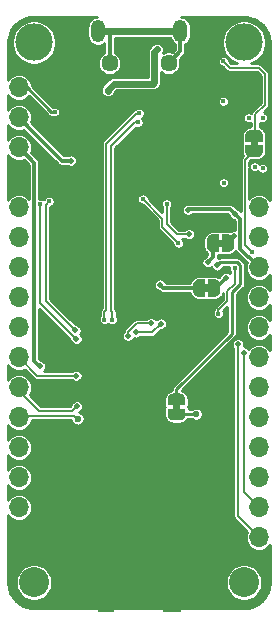
<source format=gbl>
G04 #@! TF.GenerationSoftware,KiCad,Pcbnew,(5.1.2-1)-1*
G04 #@! TF.CreationDate,2019-05-17T17:37:07+02:00*
G04 #@! TF.ProjectId,TLM-breakout-v1_1,544c4d2d-6272-4656-916b-6f75742d7631,1.1*
G04 #@! TF.SameCoordinates,Original*
G04 #@! TF.FileFunction,Copper,L2,Bot*
G04 #@! TF.FilePolarity,Positive*
%FSLAX46Y46*%
G04 Gerber Fmt 4.6, Leading zero omitted, Abs format (unit mm)*
G04 Created by KiCad (PCBNEW (5.1.2-1)-1) date 2019-05-17 17:37:07*
%MOMM*%
%LPD*%
G04 APERTURE LIST*
%ADD10C,0.500000*%
%ADD11C,0.100000*%
%ADD12C,3.175000*%
%ADD13C,2.540000*%
%ADD14O,1.700000X1.700000*%
%ADD15R,1.350000X4.700000*%
%ADD16R,1.500000X4.700000*%
%ADD17C,1.450000*%
%ADD18O,1.200000X1.900000*%
%ADD19C,0.400000*%
%ADD20C,0.550000*%
%ADD21C,0.350000*%
%ADD22C,0.600000*%
%ADD23C,0.250000*%
%ADD24C,0.350000*%
%ADD25C,0.300000*%
%ADD26C,0.600000*%
%ADD27C,0.200000*%
%ADD28C,0.180000*%
%ADD29C,0.152400*%
%ADD30C,0.254000*%
G04 APERTURE END LIST*
D10*
X142275000Y-91900000D03*
D11*
G36*
X142275000Y-91150602D02*
G01*
X142299534Y-91150602D01*
X142348365Y-91155412D01*
X142396490Y-91164984D01*
X142443445Y-91179228D01*
X142488778Y-91198005D01*
X142532051Y-91221136D01*
X142572850Y-91248396D01*
X142610779Y-91279524D01*
X142645476Y-91314221D01*
X142676604Y-91352150D01*
X142703864Y-91392949D01*
X142726995Y-91436222D01*
X142745772Y-91481555D01*
X142760016Y-91528510D01*
X142769588Y-91576635D01*
X142774398Y-91625466D01*
X142774398Y-91650000D01*
X142775000Y-91650000D01*
X142775000Y-92150000D01*
X142774398Y-92150000D01*
X142774398Y-92174534D01*
X142769588Y-92223365D01*
X142760016Y-92271490D01*
X142745772Y-92318445D01*
X142726995Y-92363778D01*
X142703864Y-92407051D01*
X142676604Y-92447850D01*
X142645476Y-92485779D01*
X142610779Y-92520476D01*
X142572850Y-92551604D01*
X142532051Y-92578864D01*
X142488778Y-92601995D01*
X142443445Y-92620772D01*
X142396490Y-92635016D01*
X142348365Y-92644588D01*
X142299534Y-92649398D01*
X142275000Y-92649398D01*
X142275000Y-92650000D01*
X141775000Y-92650000D01*
X141775000Y-91150000D01*
X142275000Y-91150000D01*
X142275000Y-91150602D01*
X142275000Y-91150602D01*
G37*
D10*
X140975000Y-91900000D03*
D11*
G36*
X141475000Y-91600000D02*
G01*
X141875000Y-91600000D01*
X141875000Y-92200000D01*
X141475000Y-92200000D01*
X141475000Y-92650000D01*
X140975000Y-92650000D01*
X140975000Y-92649398D01*
X140950466Y-92649398D01*
X140901635Y-92644588D01*
X140853510Y-92635016D01*
X140806555Y-92620772D01*
X140761222Y-92601995D01*
X140717949Y-92578864D01*
X140677150Y-92551604D01*
X140639221Y-92520476D01*
X140604524Y-92485779D01*
X140573396Y-92447850D01*
X140546136Y-92407051D01*
X140523005Y-92363778D01*
X140504228Y-92318445D01*
X140489984Y-92271490D01*
X140480412Y-92223365D01*
X140475602Y-92174534D01*
X140475602Y-92150000D01*
X140475000Y-92150000D01*
X140475000Y-91650000D01*
X140475602Y-91650000D01*
X140475602Y-91625466D01*
X140480412Y-91576635D01*
X140489984Y-91528510D01*
X140504228Y-91481555D01*
X140523005Y-91436222D01*
X140546136Y-91392949D01*
X140573396Y-91352150D01*
X140604524Y-91314221D01*
X140639221Y-91279524D01*
X140677150Y-91248396D01*
X140717949Y-91221136D01*
X140761222Y-91198005D01*
X140806555Y-91179228D01*
X140853510Y-91164984D01*
X140901635Y-91155412D01*
X140950466Y-91150602D01*
X140975000Y-91150602D01*
X140975000Y-91150000D01*
X141475000Y-91150000D01*
X141475000Y-91600000D01*
X141475000Y-91600000D01*
G37*
D10*
X145640000Y-80300000D03*
D11*
G36*
X145340000Y-79800000D02*
G01*
X145340000Y-79400000D01*
X145940000Y-79400000D01*
X145940000Y-79800000D01*
X146390000Y-79800000D01*
X146390000Y-80300000D01*
X146389398Y-80300000D01*
X146389398Y-80324534D01*
X146384588Y-80373365D01*
X146375016Y-80421490D01*
X146360772Y-80468445D01*
X146341995Y-80513778D01*
X146318864Y-80557051D01*
X146291604Y-80597850D01*
X146260476Y-80635779D01*
X146225779Y-80670476D01*
X146187850Y-80701604D01*
X146147051Y-80728864D01*
X146103778Y-80751995D01*
X146058445Y-80770772D01*
X146011490Y-80785016D01*
X145963365Y-80794588D01*
X145914534Y-80799398D01*
X145890000Y-80799398D01*
X145890000Y-80800000D01*
X145390000Y-80800000D01*
X145390000Y-80799398D01*
X145365466Y-80799398D01*
X145316635Y-80794588D01*
X145268510Y-80785016D01*
X145221555Y-80770772D01*
X145176222Y-80751995D01*
X145132949Y-80728864D01*
X145092150Y-80701604D01*
X145054221Y-80670476D01*
X145019524Y-80635779D01*
X144988396Y-80597850D01*
X144961136Y-80557051D01*
X144938005Y-80513778D01*
X144919228Y-80468445D01*
X144904984Y-80421490D01*
X144895412Y-80373365D01*
X144890602Y-80324534D01*
X144890602Y-80300000D01*
X144890000Y-80300000D01*
X144890000Y-79800000D01*
X145340000Y-79800000D01*
X145340000Y-79800000D01*
G37*
D10*
X145640000Y-79000000D03*
D11*
G36*
X144890602Y-79000000D02*
G01*
X144890602Y-78975466D01*
X144895412Y-78926635D01*
X144904984Y-78878510D01*
X144919228Y-78831555D01*
X144938005Y-78786222D01*
X144961136Y-78742949D01*
X144988396Y-78702150D01*
X145019524Y-78664221D01*
X145054221Y-78629524D01*
X145092150Y-78598396D01*
X145132949Y-78571136D01*
X145176222Y-78548005D01*
X145221555Y-78529228D01*
X145268510Y-78514984D01*
X145316635Y-78505412D01*
X145365466Y-78500602D01*
X145390000Y-78500602D01*
X145390000Y-78500000D01*
X145890000Y-78500000D01*
X145890000Y-78500602D01*
X145914534Y-78500602D01*
X145963365Y-78505412D01*
X146011490Y-78514984D01*
X146058445Y-78529228D01*
X146103778Y-78548005D01*
X146147051Y-78571136D01*
X146187850Y-78598396D01*
X146225779Y-78629524D01*
X146260476Y-78664221D01*
X146291604Y-78702150D01*
X146318864Y-78742949D01*
X146341995Y-78786222D01*
X146360772Y-78831555D01*
X146375016Y-78878510D01*
X146384588Y-78926635D01*
X146389398Y-78975466D01*
X146389398Y-79000000D01*
X146390000Y-79000000D01*
X146390000Y-79500000D01*
X144890000Y-79500000D01*
X144890000Y-79000000D01*
X144890602Y-79000000D01*
X144890602Y-79000000D01*
G37*
D10*
X142125000Y-88100000D03*
D11*
G36*
X142125000Y-88849398D02*
G01*
X142100466Y-88849398D01*
X142051635Y-88844588D01*
X142003510Y-88835016D01*
X141956555Y-88820772D01*
X141911222Y-88801995D01*
X141867949Y-88778864D01*
X141827150Y-88751604D01*
X141789221Y-88720476D01*
X141754524Y-88685779D01*
X141723396Y-88647850D01*
X141696136Y-88607051D01*
X141673005Y-88563778D01*
X141654228Y-88518445D01*
X141639984Y-88471490D01*
X141630412Y-88423365D01*
X141625602Y-88374534D01*
X141625602Y-88350000D01*
X141625000Y-88350000D01*
X141625000Y-87850000D01*
X141625602Y-87850000D01*
X141625602Y-87825466D01*
X141630412Y-87776635D01*
X141639984Y-87728510D01*
X141654228Y-87681555D01*
X141673005Y-87636222D01*
X141696136Y-87592949D01*
X141723396Y-87552150D01*
X141754524Y-87514221D01*
X141789221Y-87479524D01*
X141827150Y-87448396D01*
X141867949Y-87421136D01*
X141911222Y-87398005D01*
X141956555Y-87379228D01*
X142003510Y-87364984D01*
X142051635Y-87355412D01*
X142100466Y-87350602D01*
X142125000Y-87350602D01*
X142125000Y-87350000D01*
X142625000Y-87350000D01*
X142625000Y-88850000D01*
X142125000Y-88850000D01*
X142125000Y-88849398D01*
X142125000Y-88849398D01*
G37*
D10*
X143425000Y-88100000D03*
D11*
G36*
X142925000Y-88400000D02*
G01*
X142525000Y-88400000D01*
X142525000Y-87800000D01*
X142925000Y-87800000D01*
X142925000Y-87350000D01*
X143425000Y-87350000D01*
X143425000Y-87350602D01*
X143449534Y-87350602D01*
X143498365Y-87355412D01*
X143546490Y-87364984D01*
X143593445Y-87379228D01*
X143638778Y-87398005D01*
X143682051Y-87421136D01*
X143722850Y-87448396D01*
X143760779Y-87479524D01*
X143795476Y-87514221D01*
X143826604Y-87552150D01*
X143853864Y-87592949D01*
X143876995Y-87636222D01*
X143895772Y-87681555D01*
X143910016Y-87728510D01*
X143919588Y-87776635D01*
X143924398Y-87825466D01*
X143924398Y-87850000D01*
X143925000Y-87850000D01*
X143925000Y-88350000D01*
X143924398Y-88350000D01*
X143924398Y-88374534D01*
X143919588Y-88423365D01*
X143910016Y-88471490D01*
X143895772Y-88518445D01*
X143876995Y-88563778D01*
X143853864Y-88607051D01*
X143826604Y-88647850D01*
X143795476Y-88685779D01*
X143760779Y-88720476D01*
X143722850Y-88751604D01*
X143682051Y-88778864D01*
X143638778Y-88801995D01*
X143593445Y-88820772D01*
X143546490Y-88835016D01*
X143498365Y-88844588D01*
X143449534Y-88849398D01*
X143425000Y-88849398D01*
X143425000Y-88850000D01*
X142925000Y-88850000D01*
X142925000Y-88400000D01*
X142925000Y-88400000D01*
G37*
D10*
X139060000Y-102620000D03*
D11*
G36*
X138760000Y-102120000D02*
G01*
X138760000Y-101720000D01*
X139360000Y-101720000D01*
X139360000Y-102120000D01*
X139810000Y-102120000D01*
X139810000Y-102620000D01*
X139809398Y-102620000D01*
X139809398Y-102644534D01*
X139804588Y-102693365D01*
X139795016Y-102741490D01*
X139780772Y-102788445D01*
X139761995Y-102833778D01*
X139738864Y-102877051D01*
X139711604Y-102917850D01*
X139680476Y-102955779D01*
X139645779Y-102990476D01*
X139607850Y-103021604D01*
X139567051Y-103048864D01*
X139523778Y-103071995D01*
X139478445Y-103090772D01*
X139431490Y-103105016D01*
X139383365Y-103114588D01*
X139334534Y-103119398D01*
X139310000Y-103119398D01*
X139310000Y-103120000D01*
X138810000Y-103120000D01*
X138810000Y-103119398D01*
X138785466Y-103119398D01*
X138736635Y-103114588D01*
X138688510Y-103105016D01*
X138641555Y-103090772D01*
X138596222Y-103071995D01*
X138552949Y-103048864D01*
X138512150Y-103021604D01*
X138474221Y-102990476D01*
X138439524Y-102955779D01*
X138408396Y-102917850D01*
X138381136Y-102877051D01*
X138358005Y-102833778D01*
X138339228Y-102788445D01*
X138324984Y-102741490D01*
X138315412Y-102693365D01*
X138310602Y-102644534D01*
X138310602Y-102620000D01*
X138310000Y-102620000D01*
X138310000Y-102120000D01*
X138760000Y-102120000D01*
X138760000Y-102120000D01*
G37*
D10*
X139060000Y-101320000D03*
D11*
G36*
X138310602Y-101320000D02*
G01*
X138310602Y-101295466D01*
X138315412Y-101246635D01*
X138324984Y-101198510D01*
X138339228Y-101151555D01*
X138358005Y-101106222D01*
X138381136Y-101062949D01*
X138408396Y-101022150D01*
X138439524Y-100984221D01*
X138474221Y-100949524D01*
X138512150Y-100918396D01*
X138552949Y-100891136D01*
X138596222Y-100868005D01*
X138641555Y-100849228D01*
X138688510Y-100834984D01*
X138736635Y-100825412D01*
X138785466Y-100820602D01*
X138810000Y-100820602D01*
X138810000Y-100820000D01*
X139310000Y-100820000D01*
X139310000Y-100820602D01*
X139334534Y-100820602D01*
X139383365Y-100825412D01*
X139431490Y-100834984D01*
X139478445Y-100849228D01*
X139523778Y-100868005D01*
X139567051Y-100891136D01*
X139607850Y-100918396D01*
X139645779Y-100949524D01*
X139680476Y-100984221D01*
X139711604Y-101022150D01*
X139738864Y-101062949D01*
X139761995Y-101106222D01*
X139780772Y-101151555D01*
X139795016Y-101198510D01*
X139804588Y-101246635D01*
X139809398Y-101295466D01*
X139809398Y-101320000D01*
X139810000Y-101320000D01*
X139810000Y-101820000D01*
X138310000Y-101820000D01*
X138310000Y-101320000D01*
X138310602Y-101320000D01*
X138310602Y-101320000D01*
G37*
D12*
X127000000Y-71116000D03*
X144780000Y-71116000D03*
D13*
X144780000Y-116836000D03*
X127000000Y-116836000D03*
D14*
X125730000Y-74926000D03*
X125730000Y-77466000D03*
X125730000Y-80006000D03*
X125730000Y-82546000D03*
X125730000Y-85086000D03*
X125730000Y-87626000D03*
X125730000Y-90166000D03*
X125730000Y-92706000D03*
X125730000Y-95246000D03*
X125730000Y-97786000D03*
X125730000Y-100326000D03*
X125730000Y-102866000D03*
X125730000Y-105406000D03*
X125730000Y-107946000D03*
X125730000Y-110486000D03*
X125730000Y-113026000D03*
X146050000Y-113026000D03*
X146050000Y-110486000D03*
X146050000Y-107946000D03*
X146050000Y-105406000D03*
X146050000Y-102866000D03*
X146050000Y-100326000D03*
X146050000Y-97786000D03*
X146050000Y-95246000D03*
X146050000Y-92706000D03*
X146050000Y-90166000D03*
X146050000Y-87626000D03*
X146050000Y-85086000D03*
D15*
X133065000Y-116990000D03*
D16*
X138715000Y-116990000D03*
D17*
X138400000Y-72862500D03*
X133400000Y-72862500D03*
D18*
X139400000Y-70162500D03*
X132400000Y-70162500D03*
D19*
X143020000Y-76100000D03*
X145180000Y-77500000D03*
X143060000Y-82980000D03*
X146370000Y-81770000D03*
X146350000Y-77480000D03*
X145680000Y-81640000D03*
D20*
X140900000Y-106300000D03*
D10*
X128270000Y-110490000D03*
X128270000Y-111760000D03*
X128270000Y-113030000D03*
X128270000Y-114300000D03*
X129540000Y-114300000D03*
X129540000Y-115570000D03*
X129540000Y-116840000D03*
X129540000Y-118110000D03*
X129540000Y-113030000D03*
X129540000Y-111760000D03*
X129540000Y-110490000D03*
X130810000Y-110490000D03*
X130810000Y-111760000D03*
X130810000Y-113030000D03*
X135890000Y-110490000D03*
X137160000Y-110490000D03*
X139700000Y-110490000D03*
X139700000Y-113030000D03*
X138430000Y-113030000D03*
X137160000Y-113030000D03*
X142240000Y-115570000D03*
X142240000Y-116840000D03*
X142240000Y-118110000D03*
X144780000Y-114300000D03*
X143510000Y-107950000D03*
X143510000Y-109220000D03*
X142240000Y-109220000D03*
X142240000Y-107950000D03*
X140970000Y-107950000D03*
X140970000Y-109220000D03*
X139700000Y-109220000D03*
X139700000Y-107950000D03*
X138430000Y-107950000D03*
X138430000Y-109220000D03*
X137160000Y-109220000D03*
X137160000Y-107950000D03*
X135890000Y-107950000D03*
X135890000Y-109220000D03*
X134620000Y-107950000D03*
X130810000Y-107950000D03*
X129540000Y-109220000D03*
X128270000Y-109220000D03*
X129545602Y-107987410D03*
X133350000Y-113030000D03*
X132080000Y-111760000D03*
X132080000Y-113030000D03*
D21*
X134150000Y-110970000D03*
X134660000Y-111320000D03*
X135270000Y-111320000D03*
X136050000Y-111310000D03*
X136840000Y-111300000D03*
X137480000Y-111290000D03*
X138790000Y-111260000D03*
X139570000Y-111270000D03*
X140430000Y-111280000D03*
X135128000Y-112776000D03*
X134518400Y-112760000D03*
X133930000Y-112700000D03*
X133390000Y-112360000D03*
X132860000Y-111860000D03*
X132360000Y-111250000D03*
X135255000Y-114300000D03*
X134620000Y-114300000D03*
X134620000Y-114935000D03*
X134620000Y-115570000D03*
X136525000Y-114300000D03*
X137160000Y-114350800D03*
X137160000Y-114935000D03*
X137160000Y-115570000D03*
X137160000Y-116205000D03*
X137160000Y-116840000D03*
X137160000Y-117475000D03*
X137160000Y-118110000D03*
X137160000Y-118745000D03*
X134620000Y-118745000D03*
X134620000Y-118110000D03*
X134620000Y-117475000D03*
X134620000Y-116840000D03*
X134620000Y-116205000D03*
X136652000Y-112776000D03*
X132080000Y-110744000D03*
X133731000Y-110617000D03*
D10*
X139700000Y-106680000D03*
X138430000Y-106680000D03*
X138430000Y-106680000D03*
X138430000Y-106680000D03*
X135890000Y-106680000D03*
X134620000Y-106680000D03*
X133350000Y-106680000D03*
X133350000Y-107950000D03*
X132080000Y-107950000D03*
X132080000Y-106680000D03*
X132080000Y-105410000D03*
X133350000Y-105410000D03*
X134620000Y-105410000D03*
X135890000Y-105410000D03*
X137160000Y-105410000D03*
X137160000Y-106680000D03*
X138430000Y-105410000D03*
X138430000Y-105410000D03*
X138430000Y-105410000D03*
X139700000Y-105410000D03*
X139700000Y-104140000D03*
X138430000Y-104140000D03*
X137160000Y-104140000D03*
X135890000Y-104140000D03*
X134620000Y-104140000D03*
X134620000Y-104140000D03*
X134620000Y-104140000D03*
X132080000Y-104140000D03*
X127000000Y-111760000D03*
X127000000Y-114300000D03*
X133350000Y-104140000D03*
D22*
X130900000Y-106300000D03*
D10*
X134620000Y-101600000D03*
X132080000Y-101600000D03*
X137160000Y-102870000D03*
X137160000Y-101600000D03*
X135890000Y-102870000D03*
X134620000Y-102870000D03*
X133350000Y-102870000D03*
X133350000Y-101600000D03*
X135890000Y-101600000D03*
X132080000Y-102870000D03*
X140130000Y-86450000D03*
X136310000Y-86460000D03*
X137260000Y-86450000D03*
X135300002Y-86450000D03*
X139300000Y-86450000D03*
X139725000Y-89050000D03*
X142339723Y-86491947D03*
X143180000Y-90360000D03*
D19*
X134260000Y-90100000D03*
X134175000Y-89370000D03*
X134075000Y-88100000D03*
X125190000Y-73040000D03*
X128640000Y-72730000D03*
X128720000Y-69560000D03*
X127030000Y-74540000D03*
X126410000Y-76270000D03*
X129427590Y-79517410D03*
D10*
X139440000Y-77310000D03*
X141150000Y-75400000D03*
X142500000Y-74740000D03*
D19*
X130300000Y-75500000D03*
X130190000Y-93620000D03*
X131600000Y-94840000D03*
D10*
X137160000Y-99695000D03*
X135890000Y-99695000D03*
X134620000Y-99695000D03*
X133350000Y-99695000D03*
X138430000Y-99695000D03*
X140970000Y-100330000D03*
X140970000Y-104775000D03*
X138430000Y-98425000D03*
X138430000Y-97155000D03*
X138430000Y-95885000D03*
X139700000Y-95885000D03*
X139700000Y-97155000D03*
X139700000Y-98425000D03*
X140970000Y-97155000D03*
X140970000Y-95885000D03*
X137160000Y-97155000D03*
X137160000Y-98425000D03*
X135890000Y-98425000D03*
X135890000Y-97155000D03*
X134620000Y-98425000D03*
X133350000Y-97155000D03*
X132080000Y-97155000D03*
X132080000Y-98425000D03*
X130810000Y-97155000D03*
X130810000Y-98425000D03*
X137160000Y-81788000D03*
X138684000Y-81788000D03*
X140208000Y-81788000D03*
X140208000Y-83312000D03*
X138684000Y-83312000D03*
X141732000Y-79248000D03*
X141732000Y-77724000D03*
X141732000Y-76200000D03*
X143256000Y-79248000D03*
X143256000Y-77724000D03*
X143256000Y-80772000D03*
D19*
X136550400Y-113741200D03*
X135229600Y-113690400D03*
X130810000Y-114096800D03*
X132130800Y-114096800D03*
X133350000Y-114147600D03*
X138430000Y-114147600D03*
X139700000Y-114147600D03*
X140360400Y-115519200D03*
X140360400Y-116382800D03*
X140360400Y-117500400D03*
X140360400Y-118618000D03*
X131470400Y-118770400D03*
X131470400Y-117449600D03*
X131521200Y-116230400D03*
X131521200Y-115062000D03*
X140512800Y-113030000D03*
X141325600Y-113080800D03*
X141325600Y-110794800D03*
X128240000Y-81220000D03*
X128230000Y-82150000D03*
X127190000Y-80190000D03*
X126420000Y-83800000D03*
X134230000Y-85580000D03*
X134230000Y-86600000D03*
X132230000Y-91590000D03*
X130700000Y-100360000D03*
X130930000Y-104760000D03*
D21*
X127317500Y-100901500D03*
D19*
X130300000Y-76220000D03*
X134300000Y-73900000D03*
X134600000Y-71600000D03*
X132600000Y-74300000D03*
X132400000Y-71800000D03*
X131000000Y-74000000D03*
X140500000Y-71900000D03*
X137700000Y-76400000D03*
D10*
X143918979Y-87520800D03*
X140060000Y-85280000D03*
X144037410Y-85649807D03*
X137675000Y-91625000D03*
X130130000Y-81110000D03*
X133750000Y-74600000D03*
X133250000Y-75199986D03*
D21*
X137400000Y-71700000D03*
D10*
X137200000Y-74500010D03*
D19*
X137400000Y-71700000D03*
D10*
X142516896Y-89986963D03*
X140120000Y-87350000D03*
D19*
X138240000Y-84760000D03*
D10*
X143244560Y-91041312D03*
D19*
X143030000Y-72720000D03*
X132960000Y-94570000D03*
X135900000Y-77100000D03*
X133620000Y-94570000D03*
X135813401Y-77866237D03*
X128750000Y-77000000D03*
D10*
X137760000Y-94910000D03*
X130511910Y-95494394D03*
D19*
X143979129Y-90185979D03*
X145460000Y-88870000D03*
D10*
X135660000Y-95660000D03*
D19*
X128272590Y-84563420D03*
X142614569Y-94065431D03*
D10*
X141706280Y-89731112D03*
D20*
X140750000Y-102590000D03*
D19*
X136220000Y-84370000D03*
X139230000Y-88120000D03*
D10*
X127512410Y-98545656D03*
X130590000Y-99320000D03*
X130600000Y-96220000D03*
X136940000Y-94890000D03*
X134980000Y-95960000D03*
D19*
X127548678Y-84804648D03*
D10*
X144265835Y-96663857D03*
X144772410Y-97380000D03*
X130620000Y-101930000D03*
D22*
X130700000Y-102970000D03*
D23*
X129427590Y-79287590D02*
X129427590Y-79517410D01*
X126410000Y-76270000D02*
X129427590Y-79287590D01*
D24*
X143918979Y-87606021D02*
X143425000Y-88100000D01*
X143918979Y-87520800D02*
X143918979Y-87606021D01*
D25*
X145162445Y-89316001D02*
X144471389Y-88624945D01*
X146050000Y-90166000D02*
X145200001Y-89316001D01*
X144471389Y-88624945D02*
X144471389Y-86083786D01*
X144471389Y-86083786D02*
X144287409Y-85899806D01*
X145200001Y-89316001D02*
X145162445Y-89316001D01*
X144287409Y-85899806D02*
X144037410Y-85649807D01*
D24*
X140120000Y-85220000D02*
X140060000Y-85280000D01*
X143607603Y-85220000D02*
X140120000Y-85220000D01*
X144037410Y-85649807D02*
X143607603Y-85220000D01*
D25*
X137950000Y-91900000D02*
X137675000Y-91625000D01*
X140975000Y-91900000D02*
X137950000Y-91900000D01*
D24*
X129374000Y-81110000D02*
X126579999Y-78315999D01*
X130130000Y-81110000D02*
X129374000Y-81110000D01*
X126579999Y-78315999D02*
X125730000Y-77466000D01*
D26*
X133250000Y-75100000D02*
X133750000Y-74600000D01*
X133250000Y-75199986D02*
X133250000Y-75100000D01*
X137200000Y-71900000D02*
X137200000Y-74146457D01*
X137400000Y-71700000D02*
X137200000Y-71900000D01*
X137200000Y-74146457D02*
X137200000Y-74500010D01*
X133750000Y-74600000D02*
X137100010Y-74600000D01*
X137100010Y-74600000D02*
X137200000Y-74500010D01*
X132400000Y-70162500D02*
X139400000Y-70162500D01*
D25*
X133300000Y-70162500D02*
X132400000Y-70162500D01*
X133400000Y-70262500D02*
X133300000Y-70162500D01*
X133400000Y-72862500D02*
X133400000Y-70262500D01*
X139400000Y-71862500D02*
X139400000Y-70162500D01*
X138400000Y-72862500D02*
X139400000Y-71862500D01*
D23*
X139060000Y-101320000D02*
X139060000Y-100480755D01*
X139060000Y-100480755D02*
X143771961Y-95768794D01*
X142795282Y-89708577D02*
X142766895Y-89736964D01*
X143771961Y-95768794D02*
X143771961Y-92279614D01*
X143771961Y-92279614D02*
X144456531Y-91595044D01*
X144456531Y-89956825D02*
X144208283Y-89708577D01*
X144456531Y-91595044D02*
X144456531Y-89956825D01*
X144208283Y-89708577D02*
X142795282Y-89708577D01*
X142766895Y-89736964D02*
X142516896Y-89986963D01*
D27*
X138240000Y-85042842D02*
X138240000Y-84760000D01*
X139100000Y-87350000D02*
X138240000Y-86490000D01*
X138240000Y-86490000D02*
X138240000Y-85042842D01*
X140120000Y-87350000D02*
X139100000Y-87350000D01*
D24*
X142385872Y-91900000D02*
X143244560Y-91041312D01*
X142275000Y-91900000D02*
X142385872Y-91900000D01*
D28*
X143560000Y-73250000D02*
X143030000Y-72720000D01*
X146020000Y-73250000D02*
X143560000Y-73250000D01*
X146560000Y-73790000D02*
X146020000Y-73250000D01*
X145732500Y-77207500D02*
X146560000Y-76380000D01*
X146560000Y-76380000D02*
X146560000Y-73790000D01*
X145732500Y-78907500D02*
X145732500Y-77207500D01*
X145640000Y-79000000D02*
X145732500Y-78907500D01*
D27*
X133100000Y-93779845D02*
X132955097Y-93924748D01*
X133100000Y-79681800D02*
X133100000Y-93779845D01*
X132955097Y-93924748D02*
X132960000Y-94570000D01*
X135681800Y-77100000D02*
X133100000Y-79681800D01*
X135900000Y-77100000D02*
X135681800Y-77100000D01*
X133500000Y-79918200D02*
X133500000Y-93809748D01*
X133615000Y-93924748D02*
X133620000Y-94570000D01*
X133500000Y-93809748D02*
X133615000Y-93924748D01*
X135551963Y-77866237D02*
X133500000Y-79918200D01*
X135813401Y-77866237D02*
X135551963Y-77866237D01*
D23*
X128450000Y-77000000D02*
X128750000Y-77000000D01*
X126376000Y-74926000D02*
X128450000Y-77000000D01*
X125730000Y-74926000D02*
X126376000Y-74926000D01*
D27*
X137010000Y-95660000D02*
X136013553Y-95660000D01*
X137760000Y-94910000D02*
X137010000Y-95660000D01*
X136013553Y-95660000D02*
X135660000Y-95660000D01*
D29*
X142614569Y-93782589D02*
X142614569Y-94065431D01*
X143380000Y-92171495D02*
X143380000Y-93017158D01*
X143380000Y-93017158D02*
X142614569Y-93782589D01*
X143979129Y-91572366D02*
X143380000Y-92171495D01*
X143979129Y-90185979D02*
X143979129Y-91572366D01*
X144850000Y-88260000D02*
X145460000Y-88870000D01*
X144850000Y-81090000D02*
X144850000Y-88260000D01*
X145640000Y-80300000D02*
X144850000Y-81090000D01*
D27*
X128000000Y-92982484D02*
X130511910Y-95494394D01*
X128272590Y-84563420D02*
X128000000Y-84836010D01*
X128000000Y-84836010D02*
X128000000Y-92982484D01*
D24*
X142125000Y-89312392D02*
X141706280Y-89731112D01*
X142125000Y-88100000D02*
X142125000Y-89312392D01*
D23*
X139090000Y-102590000D02*
X139060000Y-102620000D01*
X140750000Y-102590000D02*
X139090000Y-102590000D01*
D29*
X136220000Y-84370000D02*
X137880000Y-86030000D01*
X137880000Y-86030000D02*
X137880000Y-86770000D01*
X137880000Y-86770000D02*
X139030001Y-87920001D01*
X139030001Y-87920001D02*
X139230000Y-88120000D01*
D25*
X127262411Y-98295657D02*
X127512410Y-98545656D01*
X127025178Y-98058424D02*
X127262411Y-98295657D01*
X127025178Y-81301178D02*
X127025178Y-98058424D01*
X125730000Y-80006000D02*
X127025178Y-81301178D01*
D27*
X127264000Y-99320000D02*
X130236447Y-99320000D01*
X125730000Y-97786000D02*
X127264000Y-99320000D01*
X130236447Y-99320000D02*
X130590000Y-99320000D01*
X136940000Y-94890000D02*
X135696447Y-94890000D01*
X134980000Y-95606447D02*
X134980000Y-95960000D01*
X135696447Y-94890000D02*
X134980000Y-95606447D01*
X127548678Y-85087490D02*
X127548678Y-84804648D01*
X127497589Y-93197589D02*
X127497589Y-85138579D01*
X130520000Y-96220000D02*
X127497589Y-93197589D01*
X127497589Y-85138579D02*
X127548678Y-85087490D01*
X130600000Y-96220000D02*
X130520000Y-96220000D01*
X144270000Y-96668022D02*
X144265835Y-96663857D01*
X144270000Y-111246000D02*
X144270000Y-96668022D01*
X146050000Y-113026000D02*
X144270000Y-111246000D01*
X146050000Y-110486000D02*
X144772410Y-109208410D01*
X144772410Y-97733553D02*
X144772410Y-97380000D01*
X144772410Y-109208410D02*
X144772410Y-97733553D01*
D28*
X130250000Y-102300000D02*
X130620000Y-101930000D01*
X127446000Y-102300000D02*
X130250000Y-102300000D01*
X125730000Y-100584000D02*
X127446000Y-102300000D01*
X125730000Y-100326000D02*
X125730000Y-100584000D01*
D27*
X130430000Y-102700000D02*
X130700000Y-102970000D01*
X125896000Y-102700000D02*
X130430000Y-102700000D01*
X125730000Y-102866000D02*
X125896000Y-102700000D01*
D30*
G36*
X132227608Y-68945824D02*
G01*
X132061841Y-68996109D01*
X131909069Y-69077768D01*
X131775163Y-69187662D01*
X131665269Y-69321568D01*
X131583610Y-69474340D01*
X131533324Y-69640107D01*
X131520600Y-69769298D01*
X131520600Y-70555701D01*
X131533324Y-70684892D01*
X131583609Y-70850659D01*
X131665268Y-71003431D01*
X131775162Y-71137338D01*
X131909068Y-71247232D01*
X132061840Y-71328891D01*
X132227607Y-71379176D01*
X132400000Y-71396155D01*
X132572392Y-71379176D01*
X132738159Y-71328891D01*
X132890931Y-71247232D01*
X132970601Y-71181849D01*
X132970600Y-71953208D01*
X132924238Y-71972412D01*
X132759732Y-72082331D01*
X132619831Y-72222232D01*
X132509912Y-72386738D01*
X132434198Y-72569527D01*
X132395600Y-72763575D01*
X132395600Y-72961425D01*
X132434198Y-73155473D01*
X132509912Y-73338262D01*
X132619831Y-73502768D01*
X132759732Y-73642669D01*
X132924238Y-73752588D01*
X133107027Y-73828302D01*
X133301075Y-73866900D01*
X133498925Y-73866900D01*
X133692973Y-73828302D01*
X133875762Y-73752588D01*
X134040268Y-73642669D01*
X134180169Y-73502768D01*
X134290088Y-73338262D01*
X134365802Y-73155473D01*
X134404400Y-72961425D01*
X134404400Y-72763575D01*
X134365802Y-72569527D01*
X134290088Y-72386738D01*
X134180169Y-72222232D01*
X134040268Y-72082331D01*
X133875762Y-71972412D01*
X133829400Y-71953208D01*
X133829400Y-70741900D01*
X138550617Y-70741900D01*
X138583610Y-70850660D01*
X138665269Y-71003432D01*
X138775163Y-71137338D01*
X138909069Y-71247232D01*
X138970600Y-71280121D01*
X138970600Y-71684637D01*
X138739335Y-71915902D01*
X138692973Y-71896698D01*
X138498925Y-71858100D01*
X138301075Y-71858100D01*
X138107027Y-71896698D01*
X137924238Y-71972412D01*
X137904215Y-71985791D01*
X137937885Y-71922799D01*
X137971016Y-71813582D01*
X137982203Y-71700000D01*
X137971016Y-71586418D01*
X137937885Y-71477201D01*
X137884084Y-71376546D01*
X137811679Y-71288321D01*
X137723454Y-71215916D01*
X137622799Y-71162115D01*
X137513582Y-71128984D01*
X137400000Y-71117797D01*
X137286418Y-71128984D01*
X137177201Y-71162115D01*
X137076546Y-71215916D01*
X137010427Y-71270179D01*
X136810432Y-71470174D01*
X136788320Y-71488320D01*
X136715916Y-71576546D01*
X136662115Y-71677202D01*
X136641623Y-71744755D01*
X136628984Y-71786419D01*
X136617797Y-71900000D01*
X136620600Y-71928459D01*
X136620601Y-74020600D01*
X133778459Y-74020600D01*
X133750000Y-74017797D01*
X133721541Y-74020600D01*
X133636418Y-74028984D01*
X133527201Y-74062115D01*
X133426545Y-74115916D01*
X133338320Y-74188320D01*
X133320174Y-74210431D01*
X132860426Y-74670179D01*
X132838321Y-74688320D01*
X132765916Y-74776545D01*
X132712115Y-74877201D01*
X132690268Y-74949221D01*
X132678984Y-74986419D01*
X132667797Y-75100000D01*
X132670600Y-75128459D01*
X132670600Y-75228444D01*
X132678984Y-75313567D01*
X132712115Y-75422784D01*
X132765916Y-75523440D01*
X132838320Y-75611666D01*
X132926545Y-75684070D01*
X133027201Y-75737871D01*
X133136418Y-75771002D01*
X133250000Y-75782189D01*
X133363581Y-75771002D01*
X133472798Y-75737871D01*
X133573454Y-75684070D01*
X133661680Y-75611666D01*
X133734084Y-75523441D01*
X133787885Y-75422785D01*
X133805858Y-75363537D01*
X133989995Y-75179400D01*
X137071551Y-75179400D01*
X137100010Y-75182203D01*
X137128469Y-75179400D01*
X137213592Y-75171016D01*
X137322809Y-75137885D01*
X137423465Y-75084084D01*
X137511690Y-75011680D01*
X137529836Y-74989569D01*
X137589569Y-74929836D01*
X137611680Y-74911690D01*
X137684084Y-74823465D01*
X137737885Y-74722809D01*
X137771016Y-74613591D01*
X137776478Y-74558137D01*
X137782203Y-74500011D01*
X137779400Y-74471552D01*
X137779400Y-73655811D01*
X137924238Y-73752588D01*
X138107027Y-73828302D01*
X138301075Y-73866900D01*
X138498925Y-73866900D01*
X138692973Y-73828302D01*
X138875762Y-73752588D01*
X139040268Y-73642669D01*
X139180169Y-73502768D01*
X139290088Y-73338262D01*
X139365802Y-73155473D01*
X139404400Y-72961425D01*
X139404400Y-72763575D01*
X139365802Y-72569527D01*
X139346598Y-72523165D01*
X139688722Y-72181041D01*
X139705100Y-72167600D01*
X139758760Y-72102216D01*
X139769389Y-72082331D01*
X139798633Y-72027620D01*
X139823186Y-71946677D01*
X139827783Y-71900000D01*
X139829400Y-71883587D01*
X139829400Y-71883580D01*
X139831476Y-71862500D01*
X139829400Y-71841420D01*
X139829400Y-71280122D01*
X139890932Y-71247232D01*
X140024838Y-71137338D01*
X140134732Y-71003432D01*
X140216391Y-70850660D01*
X140266676Y-70684893D01*
X140279400Y-70555702D01*
X140279400Y-69769298D01*
X140266676Y-69640107D01*
X140216391Y-69474340D01*
X140134732Y-69321568D01*
X140024838Y-69187662D01*
X139890931Y-69077768D01*
X139738159Y-68996109D01*
X139572392Y-68945824D01*
X139432033Y-68932000D01*
X144762785Y-68932000D01*
X145077992Y-68962907D01*
X145575363Y-69087249D01*
X145613140Y-69098655D01*
X145808059Y-69202295D01*
X146359796Y-69616097D01*
X146592535Y-69897431D01*
X146795480Y-70272769D01*
X146921657Y-70680381D01*
X146968000Y-71121308D01*
X146968000Y-84424304D01*
X146852470Y-84283530D01*
X146680497Y-84142395D01*
X146484294Y-84037522D01*
X146271401Y-83972942D01*
X146105477Y-83956600D01*
X145994523Y-83956600D01*
X145828599Y-83972942D01*
X145615706Y-84037522D01*
X145419503Y-84142395D01*
X145247530Y-84283530D01*
X145205600Y-84334622D01*
X145205600Y-81712354D01*
X145219023Y-81779836D01*
X145255161Y-81867081D01*
X145307625Y-81945600D01*
X145374400Y-82012375D01*
X145452919Y-82064839D01*
X145540164Y-82100977D01*
X145632783Y-82119400D01*
X145727217Y-82119400D01*
X145819836Y-82100977D01*
X145907081Y-82064839D01*
X145964707Y-82026335D01*
X145997625Y-82075600D01*
X146064400Y-82142375D01*
X146142919Y-82194839D01*
X146230164Y-82230977D01*
X146322783Y-82249400D01*
X146417217Y-82249400D01*
X146509836Y-82230977D01*
X146597081Y-82194839D01*
X146675600Y-82142375D01*
X146742375Y-82075600D01*
X146794839Y-81997081D01*
X146830977Y-81909836D01*
X146849400Y-81817217D01*
X146849400Y-81722783D01*
X146830977Y-81630164D01*
X146794839Y-81542919D01*
X146742375Y-81464400D01*
X146675600Y-81397625D01*
X146597081Y-81345161D01*
X146509836Y-81309023D01*
X146417217Y-81290600D01*
X146322783Y-81290600D01*
X146230164Y-81309023D01*
X146142919Y-81345161D01*
X146085293Y-81383665D01*
X146052375Y-81334400D01*
X145985600Y-81267625D01*
X145907081Y-81215161D01*
X145819836Y-81179023D01*
X145727217Y-81160600D01*
X145632783Y-81160600D01*
X145540164Y-81179023D01*
X145452919Y-81215161D01*
X145374400Y-81267625D01*
X145307625Y-81334400D01*
X145255161Y-81412919D01*
X145219023Y-81500164D01*
X145205600Y-81567646D01*
X145205600Y-81237293D01*
X145364549Y-81078344D01*
X145365553Y-81078344D01*
X145390000Y-81080752D01*
X145890000Y-81080752D01*
X145914447Y-81078344D01*
X145939009Y-81078344D01*
X145993781Y-81072949D01*
X146089914Y-81053827D01*
X146142580Y-81037852D01*
X146233136Y-81000343D01*
X146281676Y-80974398D01*
X146363175Y-80919942D01*
X146405719Y-80885027D01*
X146475027Y-80815719D01*
X146509942Y-80773175D01*
X146564398Y-80691676D01*
X146590343Y-80643136D01*
X146627852Y-80552580D01*
X146643827Y-80499914D01*
X146662949Y-80403781D01*
X146668344Y-80349009D01*
X146668344Y-80324447D01*
X146670752Y-80300000D01*
X146670752Y-79800000D01*
X146665357Y-79745228D01*
X146649381Y-79692561D01*
X146626632Y-79650000D01*
X146649381Y-79607439D01*
X146665357Y-79554772D01*
X146670752Y-79500000D01*
X146670752Y-79000000D01*
X146668344Y-78975553D01*
X146668344Y-78950991D01*
X146662949Y-78896219D01*
X146643827Y-78800086D01*
X146627852Y-78747420D01*
X146590343Y-78656864D01*
X146564398Y-78608324D01*
X146509942Y-78526825D01*
X146475027Y-78484281D01*
X146405719Y-78414973D01*
X146363175Y-78380058D01*
X146281676Y-78325602D01*
X146233136Y-78299657D01*
X146142580Y-78262148D01*
X146101900Y-78249809D01*
X146101900Y-77890795D01*
X146122919Y-77904839D01*
X146210164Y-77940977D01*
X146302783Y-77959400D01*
X146397217Y-77959400D01*
X146489836Y-77940977D01*
X146577081Y-77904839D01*
X146655600Y-77852375D01*
X146722375Y-77785600D01*
X146774839Y-77707081D01*
X146810977Y-77619836D01*
X146829400Y-77527217D01*
X146829400Y-77432783D01*
X146810977Y-77340164D01*
X146774839Y-77252919D01*
X146722375Y-77174400D01*
X146655600Y-77107625D01*
X146577081Y-77055161D01*
X146489836Y-77019023D01*
X146451093Y-77011317D01*
X146808378Y-76654033D01*
X146822469Y-76642469D01*
X146834651Y-76627625D01*
X146868631Y-76586221D01*
X146902932Y-76522047D01*
X146918000Y-76472375D01*
X146924055Y-76452415D01*
X146929400Y-76398144D01*
X146929400Y-76398142D01*
X146931187Y-76380000D01*
X146929400Y-76361858D01*
X146929400Y-73808133D01*
X146931186Y-73789999D01*
X146929400Y-73771865D01*
X146929400Y-73771856D01*
X146924055Y-73717585D01*
X146902932Y-73647953D01*
X146868631Y-73583780D01*
X146822469Y-73527531D01*
X146808372Y-73515962D01*
X146294042Y-73001633D01*
X146282469Y-72987531D01*
X146226220Y-72941369D01*
X146162047Y-72907068D01*
X146092415Y-72885945D01*
X146038144Y-72880600D01*
X146038142Y-72880600D01*
X146020000Y-72878813D01*
X146001858Y-72880600D01*
X145398324Y-72880600D01*
X145664309Y-72770425D01*
X145970079Y-72566116D01*
X146230116Y-72306079D01*
X146434425Y-72000309D01*
X146575156Y-71660555D01*
X146646900Y-71299874D01*
X146646900Y-70932126D01*
X146575156Y-70571445D01*
X146434425Y-70231691D01*
X146230116Y-69925921D01*
X145970079Y-69665884D01*
X145664309Y-69461575D01*
X145324555Y-69320844D01*
X144963874Y-69249100D01*
X144596126Y-69249100D01*
X144235445Y-69320844D01*
X143895691Y-69461575D01*
X143589921Y-69665884D01*
X143329884Y-69925921D01*
X143125575Y-70231691D01*
X142984844Y-70571445D01*
X142913100Y-70932126D01*
X142913100Y-71299874D01*
X142984844Y-71660555D01*
X143125575Y-72000309D01*
X143329884Y-72306079D01*
X143589921Y-72566116D01*
X143895691Y-72770425D01*
X144161676Y-72880600D01*
X143713010Y-72880600D01*
X143509400Y-72676991D01*
X143509400Y-72672783D01*
X143490977Y-72580164D01*
X143454839Y-72492919D01*
X143402375Y-72414400D01*
X143335600Y-72347625D01*
X143257081Y-72295161D01*
X143169836Y-72259023D01*
X143077217Y-72240600D01*
X142982783Y-72240600D01*
X142890164Y-72259023D01*
X142802919Y-72295161D01*
X142724400Y-72347625D01*
X142657625Y-72414400D01*
X142605161Y-72492919D01*
X142569023Y-72580164D01*
X142550600Y-72672783D01*
X142550600Y-72767217D01*
X142569023Y-72859836D01*
X142605161Y-72947081D01*
X142657625Y-73025600D01*
X142724400Y-73092375D01*
X142802919Y-73144839D01*
X142890164Y-73180977D01*
X142982783Y-73199400D01*
X142986991Y-73199400D01*
X143285962Y-73498372D01*
X143297531Y-73512469D01*
X143353780Y-73558631D01*
X143417953Y-73592932D01*
X143487585Y-73614055D01*
X143541856Y-73619400D01*
X143541857Y-73619400D01*
X143559999Y-73621187D01*
X143578141Y-73619400D01*
X145866991Y-73619400D01*
X146190601Y-73943011D01*
X146190600Y-76226989D01*
X145484129Y-76933462D01*
X145470032Y-76945031D01*
X145457613Y-76960164D01*
X145423870Y-77001280D01*
X145389569Y-77065453D01*
X145388908Y-77067633D01*
X145319836Y-77039023D01*
X145227217Y-77020600D01*
X145132783Y-77020600D01*
X145040164Y-77039023D01*
X144952919Y-77075161D01*
X144874400Y-77127625D01*
X144807625Y-77194400D01*
X144755161Y-77272919D01*
X144719023Y-77360164D01*
X144700600Y-77452783D01*
X144700600Y-77547217D01*
X144719023Y-77639836D01*
X144755161Y-77727081D01*
X144807625Y-77805600D01*
X144874400Y-77872375D01*
X144952919Y-77924839D01*
X145040164Y-77960977D01*
X145132783Y-77979400D01*
X145227217Y-77979400D01*
X145319836Y-77960977D01*
X145363101Y-77943056D01*
X145363100Y-78221656D01*
X145340991Y-78221656D01*
X145286219Y-78227051D01*
X145190086Y-78246173D01*
X145137420Y-78262148D01*
X145046864Y-78299657D01*
X144998324Y-78325602D01*
X144916825Y-78380058D01*
X144874281Y-78414973D01*
X144804973Y-78484281D01*
X144770058Y-78526825D01*
X144715602Y-78608324D01*
X144689657Y-78656864D01*
X144652148Y-78747420D01*
X144636173Y-78800086D01*
X144617051Y-78896219D01*
X144611656Y-78950991D01*
X144611656Y-78975553D01*
X144609248Y-79000000D01*
X144609248Y-79500000D01*
X144614643Y-79554772D01*
X144630619Y-79607439D01*
X144653368Y-79650000D01*
X144630619Y-79692561D01*
X144614643Y-79745228D01*
X144609248Y-79800000D01*
X144609248Y-80300000D01*
X144611656Y-80324447D01*
X144611656Y-80349009D01*
X144617051Y-80403781D01*
X144636173Y-80499914D01*
X144652148Y-80552580D01*
X144689657Y-80643136D01*
X144715602Y-80691676D01*
X144727550Y-80709557D01*
X144610901Y-80826206D01*
X144597337Y-80837338D01*
X144552899Y-80891485D01*
X144525675Y-80942418D01*
X144519880Y-80953259D01*
X144501923Y-81012456D01*
X144499546Y-81020291D01*
X144494400Y-81072538D01*
X144494400Y-81072545D01*
X144492681Y-81090000D01*
X144494400Y-81107455D01*
X144494401Y-85380846D01*
X144448622Y-85312334D01*
X144374883Y-85238595D01*
X144288175Y-85180658D01*
X144191830Y-85140751D01*
X144165794Y-85135572D01*
X143944698Y-84914477D01*
X143930467Y-84897136D01*
X143861275Y-84840353D01*
X143782335Y-84798158D01*
X143696681Y-84772175D01*
X143629921Y-84765600D01*
X143629918Y-84765600D01*
X143607603Y-84763402D01*
X143585288Y-84765600D01*
X140187553Y-84765600D01*
X140112141Y-84750600D01*
X140007859Y-84750600D01*
X139905580Y-84770944D01*
X139809235Y-84810851D01*
X139722527Y-84868788D01*
X139648788Y-84942527D01*
X139590851Y-85029235D01*
X139550944Y-85125580D01*
X139530600Y-85227859D01*
X139530600Y-85332141D01*
X139550944Y-85434420D01*
X139590851Y-85530765D01*
X139648788Y-85617473D01*
X139722527Y-85691212D01*
X139809235Y-85749149D01*
X139905580Y-85789056D01*
X140007859Y-85809400D01*
X140112141Y-85809400D01*
X140214420Y-85789056D01*
X140310765Y-85749149D01*
X140397473Y-85691212D01*
X140414285Y-85674400D01*
X143419385Y-85674400D01*
X143523175Y-85778191D01*
X143528354Y-85804227D01*
X143568261Y-85900572D01*
X143626198Y-85987280D01*
X143699937Y-86061019D01*
X143786645Y-86118956D01*
X143882990Y-86158863D01*
X143953162Y-86172821D01*
X144041990Y-86261649D01*
X144041990Y-87005496D01*
X143971120Y-86991400D01*
X143866838Y-86991400D01*
X143764559Y-87011744D01*
X143668214Y-87051651D01*
X143606935Y-87092597D01*
X143528781Y-87077051D01*
X143474009Y-87071656D01*
X143449447Y-87071656D01*
X143425000Y-87069248D01*
X142925000Y-87069248D01*
X142870228Y-87074643D01*
X142817561Y-87090619D01*
X142775000Y-87113368D01*
X142732439Y-87090619D01*
X142679772Y-87074643D01*
X142625000Y-87069248D01*
X142125000Y-87069248D01*
X142100553Y-87071656D01*
X142075991Y-87071656D01*
X142021219Y-87077051D01*
X141925086Y-87096173D01*
X141872420Y-87112148D01*
X141781864Y-87149657D01*
X141733324Y-87175602D01*
X141651825Y-87230058D01*
X141609281Y-87264973D01*
X141539973Y-87334281D01*
X141505058Y-87376825D01*
X141450602Y-87458324D01*
X141424657Y-87506864D01*
X141387148Y-87597420D01*
X141371173Y-87650086D01*
X141352051Y-87746219D01*
X141346656Y-87800991D01*
X141346656Y-87825553D01*
X141344248Y-87850000D01*
X141344248Y-88350000D01*
X141346656Y-88374447D01*
X141346656Y-88399009D01*
X141352051Y-88453781D01*
X141371173Y-88549914D01*
X141387148Y-88602580D01*
X141424657Y-88693136D01*
X141450602Y-88741676D01*
X141505058Y-88823175D01*
X141539973Y-88865719D01*
X141609281Y-88935027D01*
X141651825Y-88969942D01*
X141670601Y-88982488D01*
X141670601Y-89124173D01*
X141577897Y-89216877D01*
X141551860Y-89222056D01*
X141455515Y-89261963D01*
X141368807Y-89319900D01*
X141295068Y-89393639D01*
X141237131Y-89480347D01*
X141197224Y-89576692D01*
X141176880Y-89678971D01*
X141176880Y-89783253D01*
X141197224Y-89885532D01*
X141237131Y-89981877D01*
X141295068Y-90068585D01*
X141368807Y-90142324D01*
X141455515Y-90200261D01*
X141551860Y-90240168D01*
X141654139Y-90260512D01*
X141758421Y-90260512D01*
X141860700Y-90240168D01*
X141957045Y-90200261D01*
X142015930Y-90160915D01*
X142047747Y-90237728D01*
X142105684Y-90324436D01*
X142179423Y-90398175D01*
X142266131Y-90456112D01*
X142362476Y-90496019D01*
X142464755Y-90516363D01*
X142569037Y-90516363D01*
X142671316Y-90496019D01*
X142767661Y-90456112D01*
X142854369Y-90398175D01*
X142928108Y-90324436D01*
X142986045Y-90237728D01*
X143025952Y-90141383D01*
X143031602Y-90112977D01*
X143504858Y-90112977D01*
X143499729Y-90138762D01*
X143499729Y-90233196D01*
X143518152Y-90325815D01*
X143554290Y-90413060D01*
X143606754Y-90491579D01*
X143623529Y-90508354D01*
X143623529Y-90671596D01*
X143582033Y-90630100D01*
X143495325Y-90572163D01*
X143398980Y-90532256D01*
X143296701Y-90511912D01*
X143192419Y-90511912D01*
X143090140Y-90532256D01*
X142993795Y-90572163D01*
X142907087Y-90630100D01*
X142833348Y-90703839D01*
X142775411Y-90790547D01*
X142735504Y-90886892D01*
X142730325Y-90912928D01*
X142667261Y-90975993D01*
X142666676Y-90975602D01*
X142618136Y-90949657D01*
X142527580Y-90912148D01*
X142474914Y-90896173D01*
X142378781Y-90877051D01*
X142324009Y-90871656D01*
X142299447Y-90871656D01*
X142275000Y-90869248D01*
X141775000Y-90869248D01*
X141720228Y-90874643D01*
X141667561Y-90890619D01*
X141625000Y-90913368D01*
X141582439Y-90890619D01*
X141529772Y-90874643D01*
X141475000Y-90869248D01*
X140975000Y-90869248D01*
X140950553Y-90871656D01*
X140925991Y-90871656D01*
X140871219Y-90877051D01*
X140775086Y-90896173D01*
X140722420Y-90912148D01*
X140631864Y-90949657D01*
X140583324Y-90975602D01*
X140501825Y-91030058D01*
X140459281Y-91064973D01*
X140389973Y-91134281D01*
X140355058Y-91176825D01*
X140300602Y-91258324D01*
X140274657Y-91306864D01*
X140237148Y-91397420D01*
X140221173Y-91450086D01*
X140217093Y-91470600D01*
X138184060Y-91470600D01*
X138184056Y-91470580D01*
X138144149Y-91374235D01*
X138086212Y-91287527D01*
X138012473Y-91213788D01*
X137925765Y-91155851D01*
X137829420Y-91115944D01*
X137727141Y-91095600D01*
X137622859Y-91095600D01*
X137520580Y-91115944D01*
X137424235Y-91155851D01*
X137337527Y-91213788D01*
X137263788Y-91287527D01*
X137205851Y-91374235D01*
X137165944Y-91470580D01*
X137145600Y-91572859D01*
X137145600Y-91677141D01*
X137165944Y-91779420D01*
X137205851Y-91875765D01*
X137263788Y-91962473D01*
X137337527Y-92036212D01*
X137424235Y-92094149D01*
X137520580Y-92134056D01*
X137590752Y-92148014D01*
X137631453Y-92188715D01*
X137644900Y-92205100D01*
X137704217Y-92253781D01*
X137710284Y-92258760D01*
X137784880Y-92298633D01*
X137816538Y-92308236D01*
X137865823Y-92323186D01*
X137928913Y-92329400D01*
X137928920Y-92329400D01*
X137950000Y-92331476D01*
X137971080Y-92329400D01*
X140217093Y-92329400D01*
X140221173Y-92349914D01*
X140237148Y-92402580D01*
X140274657Y-92493136D01*
X140300602Y-92541676D01*
X140355058Y-92623175D01*
X140389973Y-92665719D01*
X140459281Y-92735027D01*
X140501825Y-92769942D01*
X140583324Y-92824398D01*
X140631864Y-92850343D01*
X140722420Y-92887852D01*
X140775086Y-92903827D01*
X140871219Y-92922949D01*
X140925991Y-92928344D01*
X140950553Y-92928344D01*
X140975000Y-92930752D01*
X141475000Y-92930752D01*
X141529772Y-92925357D01*
X141582439Y-92909381D01*
X141625000Y-92886632D01*
X141667561Y-92909381D01*
X141720228Y-92925357D01*
X141775000Y-92930752D01*
X142275000Y-92930752D01*
X142299447Y-92928344D01*
X142324009Y-92928344D01*
X142378781Y-92922949D01*
X142474914Y-92903827D01*
X142527580Y-92887852D01*
X142618136Y-92850343D01*
X142666676Y-92824398D01*
X142748175Y-92769942D01*
X142790719Y-92735027D01*
X142860027Y-92665719D01*
X142894942Y-92623175D01*
X142949398Y-92541676D01*
X142975343Y-92493136D01*
X143012852Y-92402580D01*
X143024400Y-92364508D01*
X143024401Y-92869863D01*
X142375470Y-93518795D01*
X142361906Y-93529927D01*
X142317468Y-93584074D01*
X142284448Y-93645850D01*
X142264115Y-93712880D01*
X142261380Y-93740645D01*
X142242194Y-93759831D01*
X142189730Y-93838350D01*
X142153592Y-93925595D01*
X142135169Y-94018214D01*
X142135169Y-94112648D01*
X142153592Y-94205267D01*
X142189730Y-94292512D01*
X142242194Y-94371031D01*
X142308969Y-94437806D01*
X142387488Y-94490270D01*
X142474733Y-94526408D01*
X142567352Y-94544831D01*
X142661786Y-94544831D01*
X142754405Y-94526408D01*
X142841650Y-94490270D01*
X142920169Y-94437806D01*
X142986944Y-94371031D01*
X143039408Y-94292512D01*
X143075546Y-94205267D01*
X143093969Y-94112648D01*
X143093969Y-94018214D01*
X143075546Y-93925595D01*
X143045938Y-93854114D01*
X143367562Y-93532490D01*
X143367561Y-95601286D01*
X138788089Y-100180759D01*
X138772664Y-100193418D01*
X138760005Y-100208843D01*
X138760003Y-100208845D01*
X138722128Y-100254996D01*
X138684576Y-100325250D01*
X138661452Y-100401479D01*
X138653645Y-100480755D01*
X138655601Y-100500617D01*
X138655601Y-100557120D01*
X138610086Y-100566173D01*
X138557420Y-100582148D01*
X138466864Y-100619657D01*
X138418324Y-100645602D01*
X138336825Y-100700058D01*
X138294281Y-100734973D01*
X138224973Y-100804281D01*
X138190058Y-100846825D01*
X138135602Y-100928324D01*
X138109657Y-100976864D01*
X138072148Y-101067420D01*
X138056173Y-101120086D01*
X138037051Y-101216219D01*
X138031656Y-101270991D01*
X138031656Y-101295553D01*
X138029248Y-101320000D01*
X138029248Y-101820000D01*
X138034643Y-101874772D01*
X138050619Y-101927439D01*
X138073368Y-101970000D01*
X138050619Y-102012561D01*
X138034643Y-102065228D01*
X138029248Y-102120000D01*
X138029248Y-102620000D01*
X138031656Y-102644447D01*
X138031656Y-102669009D01*
X138037051Y-102723781D01*
X138056173Y-102819914D01*
X138072148Y-102872580D01*
X138109657Y-102963136D01*
X138135602Y-103011676D01*
X138190058Y-103093175D01*
X138224973Y-103135719D01*
X138294281Y-103205027D01*
X138336825Y-103239942D01*
X138418324Y-103294398D01*
X138466864Y-103320343D01*
X138557420Y-103357852D01*
X138610086Y-103373827D01*
X138706219Y-103392949D01*
X138760991Y-103398344D01*
X138785553Y-103398344D01*
X138810000Y-103400752D01*
X139310000Y-103400752D01*
X139334447Y-103398344D01*
X139359009Y-103398344D01*
X139413781Y-103392949D01*
X139509914Y-103373827D01*
X139562580Y-103357852D01*
X139653136Y-103320343D01*
X139701676Y-103294398D01*
X139783175Y-103239942D01*
X139825719Y-103205027D01*
X139895027Y-103135719D01*
X139929942Y-103093175D01*
X139984398Y-103011676D01*
X139993632Y-102994400D01*
X140370359Y-102994400D01*
X140396590Y-103020631D01*
X140487393Y-103081303D01*
X140588287Y-103123095D01*
X140695396Y-103144400D01*
X140804604Y-103144400D01*
X140911713Y-103123095D01*
X141012607Y-103081303D01*
X141103410Y-103020631D01*
X141180631Y-102943410D01*
X141241303Y-102852607D01*
X141283095Y-102751713D01*
X141304400Y-102644604D01*
X141304400Y-102535396D01*
X141283095Y-102428287D01*
X141241303Y-102327393D01*
X141180631Y-102236590D01*
X141103410Y-102159369D01*
X141012607Y-102098697D01*
X140911713Y-102056905D01*
X140804604Y-102035600D01*
X140695396Y-102035600D01*
X140588287Y-102056905D01*
X140487393Y-102098697D01*
X140396590Y-102159369D01*
X140370359Y-102185600D01*
X140090752Y-102185600D01*
X140090752Y-102120000D01*
X140085357Y-102065228D01*
X140069381Y-102012561D01*
X140046632Y-101970000D01*
X140069381Y-101927439D01*
X140085357Y-101874772D01*
X140090752Y-101820000D01*
X140090752Y-101320000D01*
X140088344Y-101295553D01*
X140088344Y-101270991D01*
X140082949Y-101216219D01*
X140063827Y-101120086D01*
X140047852Y-101067420D01*
X140010343Y-100976864D01*
X139984398Y-100928324D01*
X139929942Y-100846825D01*
X139895027Y-100804281D01*
X139825719Y-100734973D01*
X139783175Y-100700058D01*
X139701676Y-100645602D01*
X139653136Y-100619657D01*
X139562580Y-100582148D01*
X139537977Y-100574685D01*
X144043874Y-96068789D01*
X144059298Y-96056131D01*
X144109834Y-95994553D01*
X144147385Y-95924300D01*
X144170509Y-95848070D01*
X144176361Y-95788654D01*
X144176361Y-95788644D01*
X144178316Y-95768795D01*
X144176361Y-95748945D01*
X144176361Y-92447121D01*
X144728438Y-91895044D01*
X144743868Y-91882381D01*
X144794404Y-91820803D01*
X144831955Y-91750550D01*
X144855079Y-91674320D01*
X144860931Y-91614904D01*
X144860931Y-91614894D01*
X144862886Y-91595045D01*
X144860931Y-91575195D01*
X144860931Y-89976685D01*
X144862887Y-89956825D01*
X144855079Y-89877548D01*
X144831955Y-89801319D01*
X144824757Y-89787853D01*
X144794404Y-89731066D01*
X144743868Y-89669488D01*
X144728437Y-89656824D01*
X144508284Y-89436671D01*
X144495620Y-89421240D01*
X144434042Y-89370704D01*
X144363789Y-89333153D01*
X144287559Y-89310029D01*
X144228143Y-89304177D01*
X144228135Y-89304177D01*
X144208283Y-89302222D01*
X144188431Y-89304177D01*
X142815131Y-89304177D01*
X142795281Y-89302222D01*
X142775432Y-89304177D01*
X142775422Y-89304177D01*
X142716006Y-89310029D01*
X142639776Y-89333153D01*
X142576207Y-89367131D01*
X142579400Y-89334710D01*
X142579400Y-89334707D01*
X142581598Y-89312392D01*
X142579400Y-89290077D01*
X142579400Y-89130752D01*
X142625000Y-89130752D01*
X142679772Y-89125357D01*
X142732439Y-89109381D01*
X142775000Y-89086632D01*
X142817561Y-89109381D01*
X142870228Y-89125357D01*
X142925000Y-89130752D01*
X143425000Y-89130752D01*
X143449447Y-89128344D01*
X143474009Y-89128344D01*
X143528781Y-89122949D01*
X143624914Y-89103827D01*
X143677580Y-89087852D01*
X143768136Y-89050343D01*
X143816676Y-89024398D01*
X143898175Y-88969942D01*
X143940719Y-88935027D01*
X144010027Y-88865719D01*
X144044942Y-88823175D01*
X144070980Y-88784207D01*
X144072756Y-88790063D01*
X144112629Y-88864660D01*
X144166289Y-88930045D01*
X144182674Y-88943492D01*
X144843902Y-89604721D01*
X144857345Y-89621101D01*
X144922729Y-89674761D01*
X144955054Y-89692039D01*
X144984535Y-89707798D01*
X145003933Y-89727195D01*
X145001522Y-89731706D01*
X144936942Y-89944599D01*
X144915136Y-90166000D01*
X144936942Y-90387401D01*
X145001522Y-90600294D01*
X145106395Y-90796497D01*
X145247530Y-90968470D01*
X145419503Y-91109605D01*
X145615706Y-91214478D01*
X145828599Y-91279058D01*
X145994523Y-91295400D01*
X146105477Y-91295400D01*
X146271401Y-91279058D01*
X146484294Y-91214478D01*
X146680497Y-91109605D01*
X146852470Y-90968470D01*
X146968000Y-90827696D01*
X146968000Y-92044304D01*
X146852470Y-91903530D01*
X146680497Y-91762395D01*
X146484294Y-91657522D01*
X146271401Y-91592942D01*
X146105477Y-91576600D01*
X145994523Y-91576600D01*
X145828599Y-91592942D01*
X145615706Y-91657522D01*
X145419503Y-91762395D01*
X145247530Y-91903530D01*
X145106395Y-92075503D01*
X145001522Y-92271706D01*
X144936942Y-92484599D01*
X144915136Y-92706000D01*
X144936942Y-92927401D01*
X145001522Y-93140294D01*
X145106395Y-93336497D01*
X145247530Y-93508470D01*
X145419503Y-93649605D01*
X145615706Y-93754478D01*
X145828599Y-93819058D01*
X145994523Y-93835400D01*
X146105477Y-93835400D01*
X146271401Y-93819058D01*
X146484294Y-93754478D01*
X146680497Y-93649605D01*
X146852470Y-93508470D01*
X146968000Y-93367696D01*
X146968001Y-94584304D01*
X146852470Y-94443530D01*
X146680497Y-94302395D01*
X146484294Y-94197522D01*
X146271401Y-94132942D01*
X146105477Y-94116600D01*
X145994523Y-94116600D01*
X145828599Y-94132942D01*
X145615706Y-94197522D01*
X145419503Y-94302395D01*
X145247530Y-94443530D01*
X145106395Y-94615503D01*
X145001522Y-94811706D01*
X144936942Y-95024599D01*
X144915136Y-95246000D01*
X144936942Y-95467401D01*
X145001522Y-95680294D01*
X145106395Y-95876497D01*
X145247530Y-96048470D01*
X145419503Y-96189605D01*
X145615706Y-96294478D01*
X145828599Y-96359058D01*
X145994523Y-96375400D01*
X146105477Y-96375400D01*
X146271401Y-96359058D01*
X146484294Y-96294478D01*
X146680497Y-96189605D01*
X146852470Y-96048470D01*
X146968001Y-95907696D01*
X146968001Y-97124304D01*
X146852470Y-96983530D01*
X146680497Y-96842395D01*
X146484294Y-96737522D01*
X146271401Y-96672942D01*
X146105477Y-96656600D01*
X145994523Y-96656600D01*
X145828599Y-96672942D01*
X145615706Y-96737522D01*
X145419503Y-96842395D01*
X145247530Y-96983530D01*
X145190574Y-97052931D01*
X145183622Y-97042527D01*
X145109883Y-96968788D01*
X145023175Y-96910851D01*
X144926830Y-96870944D01*
X144824551Y-96850600D01*
X144761503Y-96850600D01*
X144774891Y-96818277D01*
X144795235Y-96715998D01*
X144795235Y-96611716D01*
X144774891Y-96509437D01*
X144734984Y-96413092D01*
X144677047Y-96326384D01*
X144603308Y-96252645D01*
X144516600Y-96194708D01*
X144420255Y-96154801D01*
X144317976Y-96134457D01*
X144213694Y-96134457D01*
X144111415Y-96154801D01*
X144015070Y-96194708D01*
X143928362Y-96252645D01*
X143854623Y-96326384D01*
X143796686Y-96413092D01*
X143756779Y-96509437D01*
X143736435Y-96611716D01*
X143736435Y-96715998D01*
X143756779Y-96818277D01*
X143796686Y-96914622D01*
X143854623Y-97001330D01*
X143890601Y-97037308D01*
X143890600Y-111227371D01*
X143888765Y-111246000D01*
X143890600Y-111264629D01*
X143890600Y-111264631D01*
X143896090Y-111320374D01*
X143917785Y-111391891D01*
X143917786Y-111391892D01*
X143953015Y-111457803D01*
X143977513Y-111487653D01*
X144000426Y-111515574D01*
X144014902Y-111527454D01*
X145028563Y-112541116D01*
X145001522Y-112591706D01*
X144936942Y-112804599D01*
X144915136Y-113026000D01*
X144936942Y-113247401D01*
X145001522Y-113460294D01*
X145106395Y-113656497D01*
X145247530Y-113828470D01*
X145419503Y-113969605D01*
X145615706Y-114074478D01*
X145828599Y-114139058D01*
X145994523Y-114155400D01*
X146105477Y-114155400D01*
X146271401Y-114139058D01*
X146484294Y-114074478D01*
X146680497Y-113969605D01*
X146852470Y-113828470D01*
X146968001Y-113687696D01*
X146968001Y-116822775D01*
X146924674Y-117264659D01*
X146801346Y-117673139D01*
X146601025Y-118049889D01*
X146331346Y-118380548D01*
X146002569Y-118652535D01*
X145627231Y-118855480D01*
X145219621Y-118981657D01*
X144778692Y-119028000D01*
X127017215Y-119028000D01*
X126778298Y-119004574D01*
X126038938Y-118793328D01*
X125790111Y-118661025D01*
X125459452Y-118391346D01*
X125187465Y-118062569D01*
X124984520Y-117687231D01*
X124858343Y-117279621D01*
X124812000Y-116838692D01*
X124812000Y-116683397D01*
X125450600Y-116683397D01*
X125450600Y-116988603D01*
X125510142Y-117287943D01*
X125626939Y-117569916D01*
X125796502Y-117823685D01*
X126012315Y-118039498D01*
X126266084Y-118209061D01*
X126548057Y-118325858D01*
X126847397Y-118385400D01*
X127152603Y-118385400D01*
X127451943Y-118325858D01*
X127733916Y-118209061D01*
X127987685Y-118039498D01*
X128203498Y-117823685D01*
X128373061Y-117569916D01*
X128489858Y-117287943D01*
X128549400Y-116988603D01*
X128549400Y-116683397D01*
X143230600Y-116683397D01*
X143230600Y-116988603D01*
X143290142Y-117287943D01*
X143406939Y-117569916D01*
X143576502Y-117823685D01*
X143792315Y-118039498D01*
X144046084Y-118209061D01*
X144328057Y-118325858D01*
X144627397Y-118385400D01*
X144932603Y-118385400D01*
X145231943Y-118325858D01*
X145513916Y-118209061D01*
X145767685Y-118039498D01*
X145983498Y-117823685D01*
X146153061Y-117569916D01*
X146269858Y-117287943D01*
X146329400Y-116988603D01*
X146329400Y-116683397D01*
X146269858Y-116384057D01*
X146153061Y-116102084D01*
X145983498Y-115848315D01*
X145767685Y-115632502D01*
X145513916Y-115462939D01*
X145231943Y-115346142D01*
X144932603Y-115286600D01*
X144627397Y-115286600D01*
X144328057Y-115346142D01*
X144046084Y-115462939D01*
X143792315Y-115632502D01*
X143576502Y-115848315D01*
X143406939Y-116102084D01*
X143290142Y-116384057D01*
X143230600Y-116683397D01*
X128549400Y-116683397D01*
X128489858Y-116384057D01*
X128373061Y-116102084D01*
X128203498Y-115848315D01*
X127987685Y-115632502D01*
X127733916Y-115462939D01*
X127451943Y-115346142D01*
X127152603Y-115286600D01*
X126847397Y-115286600D01*
X126548057Y-115346142D01*
X126266084Y-115462939D01*
X126012315Y-115632502D01*
X125796502Y-115848315D01*
X125626939Y-116102084D01*
X125510142Y-116384057D01*
X125450600Y-116683397D01*
X124812000Y-116683397D01*
X124812000Y-111147697D01*
X124927530Y-111288470D01*
X125099503Y-111429605D01*
X125295706Y-111534478D01*
X125508599Y-111599058D01*
X125674523Y-111615400D01*
X125785477Y-111615400D01*
X125951401Y-111599058D01*
X126164294Y-111534478D01*
X126360497Y-111429605D01*
X126532470Y-111288470D01*
X126673605Y-111116497D01*
X126778478Y-110920294D01*
X126843058Y-110707401D01*
X126864864Y-110486000D01*
X126843058Y-110264599D01*
X126778478Y-110051706D01*
X126673605Y-109855503D01*
X126532470Y-109683530D01*
X126360497Y-109542395D01*
X126164294Y-109437522D01*
X125951401Y-109372942D01*
X125785477Y-109356600D01*
X125674523Y-109356600D01*
X125508599Y-109372942D01*
X125295706Y-109437522D01*
X125099503Y-109542395D01*
X124927530Y-109683530D01*
X124812000Y-109824303D01*
X124812000Y-108607697D01*
X124927530Y-108748470D01*
X125099503Y-108889605D01*
X125295706Y-108994478D01*
X125508599Y-109059058D01*
X125674523Y-109075400D01*
X125785477Y-109075400D01*
X125951401Y-109059058D01*
X126164294Y-108994478D01*
X126360497Y-108889605D01*
X126532470Y-108748470D01*
X126673605Y-108576497D01*
X126778478Y-108380294D01*
X126843058Y-108167401D01*
X126864864Y-107946000D01*
X126843058Y-107724599D01*
X126778478Y-107511706D01*
X126673605Y-107315503D01*
X126532470Y-107143530D01*
X126360497Y-107002395D01*
X126164294Y-106897522D01*
X125951401Y-106832942D01*
X125785477Y-106816600D01*
X125674523Y-106816600D01*
X125508599Y-106832942D01*
X125295706Y-106897522D01*
X125099503Y-107002395D01*
X124927530Y-107143530D01*
X124812000Y-107284303D01*
X124812000Y-106067697D01*
X124927530Y-106208470D01*
X125099503Y-106349605D01*
X125295706Y-106454478D01*
X125508599Y-106519058D01*
X125674523Y-106535400D01*
X125785477Y-106535400D01*
X125951401Y-106519058D01*
X126164294Y-106454478D01*
X126360497Y-106349605D01*
X126532470Y-106208470D01*
X126673605Y-106036497D01*
X126778478Y-105840294D01*
X126843058Y-105627401D01*
X126864864Y-105406000D01*
X126843058Y-105184599D01*
X126778478Y-104971706D01*
X126673605Y-104775503D01*
X126532470Y-104603530D01*
X126360497Y-104462395D01*
X126164294Y-104357522D01*
X125951401Y-104292942D01*
X125785477Y-104276600D01*
X125674523Y-104276600D01*
X125508599Y-104292942D01*
X125295706Y-104357522D01*
X125099503Y-104462395D01*
X124927530Y-104603530D01*
X124812000Y-104744303D01*
X124812000Y-103527697D01*
X124927530Y-103668470D01*
X125099503Y-103809605D01*
X125295706Y-103914478D01*
X125508599Y-103979058D01*
X125674523Y-103995400D01*
X125785477Y-103995400D01*
X125951401Y-103979058D01*
X126164294Y-103914478D01*
X126360497Y-103809605D01*
X126532470Y-103668470D01*
X126673605Y-103496497D01*
X126778478Y-103300294D01*
X126843058Y-103087401D01*
X126843846Y-103079400D01*
X130131010Y-103079400D01*
X130142866Y-103139005D01*
X130186543Y-103244449D01*
X130249951Y-103339346D01*
X130330654Y-103420049D01*
X130425551Y-103483457D01*
X130530995Y-103527134D01*
X130642934Y-103549400D01*
X130757066Y-103549400D01*
X130869005Y-103527134D01*
X130974449Y-103483457D01*
X131069346Y-103420049D01*
X131150049Y-103339346D01*
X131213457Y-103244449D01*
X131257134Y-103139005D01*
X131279400Y-103027066D01*
X131279400Y-102912934D01*
X131257134Y-102800995D01*
X131213457Y-102695551D01*
X131150049Y-102600654D01*
X131069346Y-102519951D01*
X130974449Y-102456543D01*
X130869005Y-102412866D01*
X130847822Y-102408652D01*
X130870765Y-102399149D01*
X130957473Y-102341212D01*
X131031212Y-102267473D01*
X131089149Y-102180765D01*
X131129056Y-102084420D01*
X131149400Y-101982141D01*
X131149400Y-101877859D01*
X131129056Y-101775580D01*
X131089149Y-101679235D01*
X131031212Y-101592527D01*
X130957473Y-101518788D01*
X130870765Y-101460851D01*
X130774420Y-101420944D01*
X130672141Y-101400600D01*
X130567859Y-101400600D01*
X130465580Y-101420944D01*
X130369235Y-101460851D01*
X130282527Y-101518788D01*
X130208788Y-101592527D01*
X130150851Y-101679235D01*
X130110944Y-101775580D01*
X130090600Y-101877859D01*
X130090600Y-101930600D01*
X127599010Y-101930600D01*
X126651654Y-100983244D01*
X126673605Y-100956497D01*
X126778478Y-100760294D01*
X126843058Y-100547401D01*
X126864864Y-100326000D01*
X126843058Y-100104599D01*
X126778478Y-99891706D01*
X126673605Y-99695503D01*
X126532470Y-99523530D01*
X126360497Y-99382395D01*
X126164294Y-99277522D01*
X125951401Y-99212942D01*
X125785477Y-99196600D01*
X125674523Y-99196600D01*
X125508599Y-99212942D01*
X125295706Y-99277522D01*
X125099503Y-99382395D01*
X124927530Y-99523530D01*
X124812000Y-99664303D01*
X124812000Y-98447697D01*
X124927530Y-98588470D01*
X125099503Y-98729605D01*
X125295706Y-98834478D01*
X125508599Y-98899058D01*
X125674523Y-98915400D01*
X125785477Y-98915400D01*
X125951401Y-98899058D01*
X126164294Y-98834478D01*
X126214884Y-98807437D01*
X126982550Y-99575103D01*
X126994426Y-99589574D01*
X127008897Y-99601450D01*
X127008898Y-99601451D01*
X127052197Y-99636985D01*
X127118107Y-99672215D01*
X127134753Y-99677264D01*
X127189625Y-99693910D01*
X127245368Y-99699400D01*
X127245371Y-99699400D01*
X127264000Y-99701235D01*
X127282629Y-99699400D01*
X130220715Y-99699400D01*
X130252527Y-99731212D01*
X130339235Y-99789149D01*
X130435580Y-99829056D01*
X130537859Y-99849400D01*
X130642141Y-99849400D01*
X130744420Y-99829056D01*
X130840765Y-99789149D01*
X130927473Y-99731212D01*
X131001212Y-99657473D01*
X131059149Y-99570765D01*
X131099056Y-99474420D01*
X131119400Y-99372141D01*
X131119400Y-99267859D01*
X131099056Y-99165580D01*
X131059149Y-99069235D01*
X131001212Y-98982527D01*
X130927473Y-98908788D01*
X130840765Y-98850851D01*
X130744420Y-98810944D01*
X130642141Y-98790600D01*
X130537859Y-98790600D01*
X130435580Y-98810944D01*
X130339235Y-98850851D01*
X130252527Y-98908788D01*
X130220715Y-98940600D01*
X127866151Y-98940600D01*
X127923622Y-98883129D01*
X127981559Y-98796421D01*
X128021466Y-98700076D01*
X128041810Y-98597797D01*
X128041810Y-98493515D01*
X128021466Y-98391236D01*
X127981559Y-98294891D01*
X127923622Y-98208183D01*
X127849883Y-98134444D01*
X127763175Y-98076507D01*
X127666830Y-98036600D01*
X127596658Y-98022642D01*
X127454578Y-97880562D01*
X127454578Y-93691130D01*
X130079293Y-96315846D01*
X130090944Y-96374420D01*
X130130851Y-96470765D01*
X130188788Y-96557473D01*
X130262527Y-96631212D01*
X130349235Y-96689149D01*
X130445580Y-96729056D01*
X130547859Y-96749400D01*
X130652141Y-96749400D01*
X130754420Y-96729056D01*
X130850765Y-96689149D01*
X130937473Y-96631212D01*
X131011212Y-96557473D01*
X131069149Y-96470765D01*
X131109056Y-96374420D01*
X131129400Y-96272141D01*
X131129400Y-96167859D01*
X131109056Y-96065580D01*
X131069149Y-95969235D01*
X131028139Y-95907859D01*
X134450600Y-95907859D01*
X134450600Y-96012141D01*
X134470944Y-96114420D01*
X134510851Y-96210765D01*
X134568788Y-96297473D01*
X134642527Y-96371212D01*
X134729235Y-96429149D01*
X134825580Y-96469056D01*
X134927859Y-96489400D01*
X135032141Y-96489400D01*
X135134420Y-96469056D01*
X135230765Y-96429149D01*
X135317473Y-96371212D01*
X135391212Y-96297473D01*
X135449149Y-96210765D01*
X135472159Y-96155213D01*
X135505580Y-96169056D01*
X135607859Y-96189400D01*
X135712141Y-96189400D01*
X135814420Y-96169056D01*
X135910765Y-96129149D01*
X135997473Y-96071212D01*
X136029285Y-96039400D01*
X136991371Y-96039400D01*
X137010000Y-96041235D01*
X137028629Y-96039400D01*
X137028632Y-96039400D01*
X137084375Y-96033910D01*
X137155892Y-96012215D01*
X137221803Y-95976985D01*
X137279574Y-95929574D01*
X137291454Y-95915098D01*
X137767153Y-95439400D01*
X137812141Y-95439400D01*
X137914420Y-95419056D01*
X138010765Y-95379149D01*
X138097473Y-95321212D01*
X138171212Y-95247473D01*
X138229149Y-95160765D01*
X138269056Y-95064420D01*
X138289400Y-94962141D01*
X138289400Y-94857859D01*
X138269056Y-94755580D01*
X138229149Y-94659235D01*
X138171212Y-94572527D01*
X138097473Y-94498788D01*
X138010765Y-94440851D01*
X137914420Y-94400944D01*
X137812141Y-94380600D01*
X137707859Y-94380600D01*
X137605580Y-94400944D01*
X137509235Y-94440851D01*
X137422527Y-94498788D01*
X137358252Y-94563063D01*
X137351212Y-94552527D01*
X137277473Y-94478788D01*
X137190765Y-94420851D01*
X137094420Y-94380944D01*
X136992141Y-94360600D01*
X136887859Y-94360600D01*
X136785580Y-94380944D01*
X136689235Y-94420851D01*
X136602527Y-94478788D01*
X136570715Y-94510600D01*
X135715075Y-94510600D01*
X135696446Y-94508765D01*
X135677817Y-94510600D01*
X135677815Y-94510600D01*
X135622072Y-94516090D01*
X135550555Y-94537785D01*
X135537373Y-94544831D01*
X135484643Y-94573015D01*
X135441345Y-94608549D01*
X135426873Y-94620426D01*
X135414997Y-94634897D01*
X134724902Y-95324993D01*
X134710426Y-95336873D01*
X134698549Y-95351346D01*
X134663015Y-95394644D01*
X134649967Y-95419056D01*
X134627785Y-95460556D01*
X134606090Y-95532073D01*
X134602476Y-95568768D01*
X134600283Y-95591032D01*
X134568788Y-95622527D01*
X134510851Y-95709235D01*
X134470944Y-95805580D01*
X134450600Y-95907859D01*
X131028139Y-95907859D01*
X131011212Y-95882527D01*
X130938114Y-95809429D01*
X130981059Y-95745159D01*
X131020966Y-95648814D01*
X131041310Y-95546535D01*
X131041310Y-95442253D01*
X131020966Y-95339974D01*
X130981059Y-95243629D01*
X130923122Y-95156921D01*
X130849383Y-95083182D01*
X130762675Y-95025245D01*
X130666330Y-94985338D01*
X130564051Y-94964994D01*
X130519062Y-94964994D01*
X130076851Y-94522783D01*
X132480600Y-94522783D01*
X132480600Y-94617217D01*
X132499023Y-94709836D01*
X132535161Y-94797081D01*
X132587625Y-94875600D01*
X132654400Y-94942375D01*
X132732919Y-94994839D01*
X132820164Y-95030977D01*
X132912783Y-95049400D01*
X133007217Y-95049400D01*
X133099836Y-95030977D01*
X133187081Y-94994839D01*
X133265600Y-94942375D01*
X133290000Y-94917975D01*
X133314400Y-94942375D01*
X133392919Y-94994839D01*
X133480164Y-95030977D01*
X133572783Y-95049400D01*
X133667217Y-95049400D01*
X133759836Y-95030977D01*
X133847081Y-94994839D01*
X133925600Y-94942375D01*
X133992375Y-94875600D01*
X134044839Y-94797081D01*
X134080977Y-94709836D01*
X134099400Y-94617217D01*
X134099400Y-94522783D01*
X134080977Y-94430164D01*
X134044839Y-94342919D01*
X133997097Y-94271468D01*
X133994544Y-93941914D01*
X133996235Y-93924748D01*
X133994255Y-93904651D01*
X133994244Y-93903177D01*
X133992426Y-93886073D01*
X133988909Y-93850373D01*
X133988479Y-93848956D01*
X133988322Y-93847478D01*
X133977647Y-93813247D01*
X133967215Y-93778856D01*
X133966513Y-93777542D01*
X133966073Y-93776132D01*
X133948951Y-93744686D01*
X133931985Y-93712946D01*
X133931043Y-93711798D01*
X133930334Y-93710496D01*
X133907360Y-93682940D01*
X133896451Y-93669647D01*
X133895408Y-93668604D01*
X133882477Y-93653094D01*
X133879400Y-93650608D01*
X133879400Y-84322783D01*
X135740600Y-84322783D01*
X135740600Y-84417217D01*
X135759023Y-84509836D01*
X135795161Y-84597081D01*
X135847625Y-84675600D01*
X135914400Y-84742375D01*
X135992919Y-84794839D01*
X136080164Y-84830977D01*
X136172783Y-84849400D01*
X136196507Y-84849400D01*
X137524400Y-86177294D01*
X137524401Y-86752535D01*
X137522681Y-86770000D01*
X137529546Y-86839710D01*
X137549880Y-86906741D01*
X137566390Y-86937628D01*
X137582900Y-86968516D01*
X137627338Y-87022663D01*
X137640901Y-87033794D01*
X138750600Y-88143494D01*
X138750600Y-88167217D01*
X138769023Y-88259836D01*
X138805161Y-88347081D01*
X138857625Y-88425600D01*
X138924400Y-88492375D01*
X139002919Y-88544839D01*
X139090164Y-88580977D01*
X139182783Y-88599400D01*
X139277217Y-88599400D01*
X139369836Y-88580977D01*
X139457081Y-88544839D01*
X139535600Y-88492375D01*
X139602375Y-88425600D01*
X139654839Y-88347081D01*
X139690977Y-88259836D01*
X139709400Y-88167217D01*
X139709400Y-88072783D01*
X139690977Y-87980164D01*
X139654839Y-87892919D01*
X139602375Y-87814400D01*
X139535600Y-87747625D01*
X139508324Y-87729400D01*
X139750715Y-87729400D01*
X139782527Y-87761212D01*
X139869235Y-87819149D01*
X139965580Y-87859056D01*
X140067859Y-87879400D01*
X140172141Y-87879400D01*
X140274420Y-87859056D01*
X140370765Y-87819149D01*
X140457473Y-87761212D01*
X140531212Y-87687473D01*
X140589149Y-87600765D01*
X140629056Y-87504420D01*
X140649400Y-87402141D01*
X140649400Y-87297859D01*
X140629056Y-87195580D01*
X140589149Y-87099235D01*
X140531212Y-87012527D01*
X140457473Y-86938788D01*
X140370765Y-86880851D01*
X140274420Y-86840944D01*
X140172141Y-86820600D01*
X140067859Y-86820600D01*
X139965580Y-86840944D01*
X139869235Y-86880851D01*
X139782527Y-86938788D01*
X139750715Y-86970600D01*
X139257153Y-86970600D01*
X138619400Y-86332848D01*
X138619400Y-85055086D01*
X138664839Y-84987081D01*
X138700977Y-84899836D01*
X138719400Y-84807217D01*
X138719400Y-84712783D01*
X138700977Y-84620164D01*
X138664839Y-84532919D01*
X138612375Y-84454400D01*
X138545600Y-84387625D01*
X138467081Y-84335161D01*
X138379836Y-84299023D01*
X138287217Y-84280600D01*
X138192783Y-84280600D01*
X138100164Y-84299023D01*
X138012919Y-84335161D01*
X137934400Y-84387625D01*
X137867625Y-84454400D01*
X137815161Y-84532919D01*
X137779023Y-84620164D01*
X137760600Y-84712783D01*
X137760600Y-84807217D01*
X137779023Y-84899836D01*
X137815161Y-84987081D01*
X137860600Y-85055086D01*
X137860600Y-85061473D01*
X137860601Y-85061483D01*
X137860601Y-85507707D01*
X136699400Y-84346507D01*
X136699400Y-84322783D01*
X136680977Y-84230164D01*
X136644839Y-84142919D01*
X136592375Y-84064400D01*
X136525600Y-83997625D01*
X136447081Y-83945161D01*
X136359836Y-83909023D01*
X136267217Y-83890600D01*
X136172783Y-83890600D01*
X136080164Y-83909023D01*
X135992919Y-83945161D01*
X135914400Y-83997625D01*
X135847625Y-84064400D01*
X135795161Y-84142919D01*
X135759023Y-84230164D01*
X135740600Y-84322783D01*
X133879400Y-84322783D01*
X133879400Y-82932783D01*
X142580600Y-82932783D01*
X142580600Y-83027217D01*
X142599023Y-83119836D01*
X142635161Y-83207081D01*
X142687625Y-83285600D01*
X142754400Y-83352375D01*
X142832919Y-83404839D01*
X142920164Y-83440977D01*
X143012783Y-83459400D01*
X143107217Y-83459400D01*
X143199836Y-83440977D01*
X143287081Y-83404839D01*
X143365600Y-83352375D01*
X143432375Y-83285600D01*
X143484839Y-83207081D01*
X143520977Y-83119836D01*
X143539400Y-83027217D01*
X143539400Y-82932783D01*
X143520977Y-82840164D01*
X143484839Y-82752919D01*
X143432375Y-82674400D01*
X143365600Y-82607625D01*
X143287081Y-82555161D01*
X143199836Y-82519023D01*
X143107217Y-82500600D01*
X143012783Y-82500600D01*
X142920164Y-82519023D01*
X142832919Y-82555161D01*
X142754400Y-82607625D01*
X142687625Y-82674400D01*
X142635161Y-82752919D01*
X142599023Y-82840164D01*
X142580600Y-82932783D01*
X133879400Y-82932783D01*
X133879400Y-80075352D01*
X135641020Y-78313733D01*
X135673565Y-78327214D01*
X135766184Y-78345637D01*
X135860618Y-78345637D01*
X135953237Y-78327214D01*
X136040482Y-78291076D01*
X136119001Y-78238612D01*
X136185776Y-78171837D01*
X136238240Y-78093318D01*
X136274378Y-78006073D01*
X136292801Y-77913454D01*
X136292801Y-77819020D01*
X136274378Y-77726401D01*
X136238240Y-77639156D01*
X136185776Y-77560637D01*
X136140807Y-77515668D01*
X136205600Y-77472375D01*
X136272375Y-77405600D01*
X136324839Y-77327081D01*
X136360977Y-77239836D01*
X136379400Y-77147217D01*
X136379400Y-77052783D01*
X136360977Y-76960164D01*
X136324839Y-76872919D01*
X136272375Y-76794400D01*
X136205600Y-76727625D01*
X136127081Y-76675161D01*
X136039836Y-76639023D01*
X135947217Y-76620600D01*
X135852783Y-76620600D01*
X135760164Y-76639023D01*
X135672919Y-76675161D01*
X135594400Y-76727625D01*
X135590932Y-76731093D01*
X135552553Y-76742736D01*
X135535907Y-76747785D01*
X135488885Y-76772919D01*
X135469997Y-76783015D01*
X135412226Y-76830426D01*
X135400350Y-76844897D01*
X132844902Y-79400346D01*
X132830426Y-79412226D01*
X132818549Y-79426699D01*
X132783015Y-79469997D01*
X132766979Y-79500000D01*
X132747785Y-79535909D01*
X132726090Y-79607426D01*
X132720607Y-79663099D01*
X132718765Y-79681800D01*
X132720600Y-79700429D01*
X132720601Y-93622692D01*
X132698970Y-93644323D01*
X132683483Y-93657231D01*
X132660935Y-93685135D01*
X132638112Y-93712945D01*
X132637425Y-93714230D01*
X132636512Y-93715360D01*
X132619817Y-93747174D01*
X132602883Y-93778856D01*
X132602461Y-93780247D01*
X132601784Y-93781537D01*
X132591596Y-93816065D01*
X132581188Y-93850374D01*
X132581046Y-93851818D01*
X132580633Y-93853217D01*
X132577384Y-93888991D01*
X132573862Y-93924748D01*
X132575839Y-93944820D01*
X132578373Y-94278247D01*
X132535161Y-94342919D01*
X132499023Y-94430164D01*
X132480600Y-94522783D01*
X130076851Y-94522783D01*
X128379400Y-92825332D01*
X128379400Y-85030966D01*
X128412426Y-85024397D01*
X128499671Y-84988259D01*
X128578190Y-84935795D01*
X128644965Y-84869020D01*
X128697429Y-84790501D01*
X128733567Y-84703256D01*
X128751990Y-84610637D01*
X128751990Y-84516203D01*
X128733567Y-84423584D01*
X128697429Y-84336339D01*
X128644965Y-84257820D01*
X128578190Y-84191045D01*
X128499671Y-84138581D01*
X128412426Y-84102443D01*
X128319807Y-84084020D01*
X128225373Y-84084020D01*
X128132754Y-84102443D01*
X128045509Y-84138581D01*
X127966990Y-84191045D01*
X127900215Y-84257820D01*
X127847751Y-84336339D01*
X127818043Y-84408062D01*
X127775759Y-84379809D01*
X127688514Y-84343671D01*
X127595895Y-84325248D01*
X127501461Y-84325248D01*
X127454578Y-84334574D01*
X127454578Y-81322257D01*
X127456654Y-81301177D01*
X127454578Y-81280097D01*
X127454578Y-81280091D01*
X127448364Y-81217001D01*
X127423811Y-81136059D01*
X127383938Y-81061462D01*
X127360796Y-81033264D01*
X127343720Y-81012456D01*
X127343716Y-81012452D01*
X127330278Y-80996078D01*
X127313905Y-80982641D01*
X126776067Y-80444804D01*
X126778478Y-80440294D01*
X126843058Y-80227401D01*
X126864864Y-80006000D01*
X126843058Y-79784599D01*
X126778478Y-79571706D01*
X126673605Y-79375503D01*
X126532470Y-79203530D01*
X126360497Y-79062395D01*
X126164294Y-78957522D01*
X125951401Y-78892942D01*
X125785477Y-78876600D01*
X125674523Y-78876600D01*
X125508599Y-78892942D01*
X125295706Y-78957522D01*
X125099503Y-79062395D01*
X124927530Y-79203530D01*
X124812000Y-79344303D01*
X124812000Y-78127697D01*
X124927530Y-78268470D01*
X125099503Y-78409605D01*
X125295706Y-78514478D01*
X125508599Y-78579058D01*
X125674523Y-78595400D01*
X125785477Y-78595400D01*
X125951401Y-78579058D01*
X126142477Y-78521096D01*
X126274470Y-78653089D01*
X126274476Y-78653094D01*
X129036909Y-81415528D01*
X129051136Y-81432864D01*
X129068471Y-81447090D01*
X129120327Y-81489647D01*
X129179381Y-81521212D01*
X129199268Y-81531842D01*
X129284922Y-81557825D01*
X129351682Y-81564400D01*
X129351684Y-81564400D01*
X129373999Y-81566598D01*
X129396314Y-81564400D01*
X129857162Y-81564400D01*
X129879235Y-81579149D01*
X129975580Y-81619056D01*
X130077859Y-81639400D01*
X130182141Y-81639400D01*
X130284420Y-81619056D01*
X130380765Y-81579149D01*
X130467473Y-81521212D01*
X130541212Y-81447473D01*
X130599149Y-81360765D01*
X130639056Y-81264420D01*
X130659400Y-81162141D01*
X130659400Y-81057859D01*
X130639056Y-80955580D01*
X130599149Y-80859235D01*
X130541212Y-80772527D01*
X130467473Y-80698788D01*
X130380765Y-80640851D01*
X130284420Y-80600944D01*
X130182141Y-80580600D01*
X130077859Y-80580600D01*
X129975580Y-80600944D01*
X129879235Y-80640851D01*
X129857162Y-80655600D01*
X129562219Y-80655600D01*
X126917094Y-78010476D01*
X126917089Y-78010470D01*
X126785096Y-77878477D01*
X126843058Y-77687401D01*
X126864864Y-77466000D01*
X126843058Y-77244599D01*
X126778478Y-77031706D01*
X126673605Y-76835503D01*
X126532470Y-76663530D01*
X126360497Y-76522395D01*
X126164294Y-76417522D01*
X125951401Y-76352942D01*
X125785477Y-76336600D01*
X125674523Y-76336600D01*
X125508599Y-76352942D01*
X125295706Y-76417522D01*
X125099503Y-76522395D01*
X124927530Y-76663530D01*
X124812000Y-76804303D01*
X124812000Y-75587697D01*
X124927530Y-75728470D01*
X125099503Y-75869605D01*
X125295706Y-75974478D01*
X125508599Y-76039058D01*
X125674523Y-76055400D01*
X125785477Y-76055400D01*
X125951401Y-76039058D01*
X126164294Y-75974478D01*
X126360497Y-75869605D01*
X126532470Y-75728470D01*
X126565868Y-75687775D01*
X128150004Y-77271912D01*
X128162663Y-77287337D01*
X128224241Y-77337873D01*
X128288790Y-77372375D01*
X128294494Y-77375424D01*
X128370723Y-77398548D01*
X128377516Y-77399217D01*
X128430140Y-77404400D01*
X128430148Y-77404400D01*
X128450000Y-77406355D01*
X128469852Y-77404400D01*
X128492329Y-77404400D01*
X128522919Y-77424839D01*
X128610164Y-77460977D01*
X128702783Y-77479400D01*
X128797217Y-77479400D01*
X128889836Y-77460977D01*
X128977081Y-77424839D01*
X129055600Y-77372375D01*
X129122375Y-77305600D01*
X129174839Y-77227081D01*
X129210977Y-77139836D01*
X129229400Y-77047217D01*
X129229400Y-76952783D01*
X129210977Y-76860164D01*
X129174839Y-76772919D01*
X129122375Y-76694400D01*
X129055600Y-76627625D01*
X128977081Y-76575161D01*
X128889836Y-76539023D01*
X128797217Y-76520600D01*
X128702783Y-76520600D01*
X128610164Y-76539023D01*
X128575351Y-76553443D01*
X128074691Y-76052783D01*
X142540600Y-76052783D01*
X142540600Y-76147217D01*
X142559023Y-76239836D01*
X142595161Y-76327081D01*
X142647625Y-76405600D01*
X142714400Y-76472375D01*
X142792919Y-76524839D01*
X142880164Y-76560977D01*
X142972783Y-76579400D01*
X143067217Y-76579400D01*
X143159836Y-76560977D01*
X143247081Y-76524839D01*
X143325600Y-76472375D01*
X143392375Y-76405600D01*
X143444839Y-76327081D01*
X143480977Y-76239836D01*
X143499400Y-76147217D01*
X143499400Y-76052783D01*
X143480977Y-75960164D01*
X143444839Y-75872919D01*
X143392375Y-75794400D01*
X143325600Y-75727625D01*
X143247081Y-75675161D01*
X143159836Y-75639023D01*
X143067217Y-75620600D01*
X142972783Y-75620600D01*
X142880164Y-75639023D01*
X142792919Y-75675161D01*
X142714400Y-75727625D01*
X142647625Y-75794400D01*
X142595161Y-75872919D01*
X142559023Y-75960164D01*
X142540600Y-76052783D01*
X128074691Y-76052783D01*
X126855791Y-74833884D01*
X126843058Y-74704599D01*
X126778478Y-74491706D01*
X126673605Y-74295503D01*
X126532470Y-74123530D01*
X126360497Y-73982395D01*
X126164294Y-73877522D01*
X125951401Y-73812942D01*
X125785477Y-73796600D01*
X125674523Y-73796600D01*
X125508599Y-73812942D01*
X125295706Y-73877522D01*
X125099503Y-73982395D01*
X124927530Y-74123530D01*
X124812000Y-74264303D01*
X124812000Y-71137215D01*
X124832109Y-70932126D01*
X125133100Y-70932126D01*
X125133100Y-71299874D01*
X125204844Y-71660555D01*
X125345575Y-72000309D01*
X125549884Y-72306079D01*
X125809921Y-72566116D01*
X126115691Y-72770425D01*
X126455445Y-72911156D01*
X126816126Y-72982900D01*
X127183874Y-72982900D01*
X127544555Y-72911156D01*
X127884309Y-72770425D01*
X128190079Y-72566116D01*
X128450116Y-72306079D01*
X128654425Y-72000309D01*
X128795156Y-71660555D01*
X128866900Y-71299874D01*
X128866900Y-70932126D01*
X128795156Y-70571445D01*
X128654425Y-70231691D01*
X128450116Y-69925921D01*
X128190079Y-69665884D01*
X127884309Y-69461575D01*
X127544555Y-69320844D01*
X127183874Y-69249100D01*
X126816126Y-69249100D01*
X126455445Y-69320844D01*
X126115691Y-69461575D01*
X125809921Y-69665884D01*
X125549884Y-69925921D01*
X125345575Y-70231691D01*
X125204844Y-70571445D01*
X125133100Y-70932126D01*
X124832109Y-70932126D01*
X124855326Y-70695346D01*
X124978655Y-70286860D01*
X125178974Y-69910112D01*
X125448657Y-69579450D01*
X125777431Y-69307465D01*
X126152769Y-69104520D01*
X126560381Y-68978343D01*
X127001308Y-68932000D01*
X132367967Y-68932000D01*
X132227608Y-68945824D01*
X132227608Y-68945824D01*
G37*
X132227608Y-68945824D02*
X132061841Y-68996109D01*
X131909069Y-69077768D01*
X131775163Y-69187662D01*
X131665269Y-69321568D01*
X131583610Y-69474340D01*
X131533324Y-69640107D01*
X131520600Y-69769298D01*
X131520600Y-70555701D01*
X131533324Y-70684892D01*
X131583609Y-70850659D01*
X131665268Y-71003431D01*
X131775162Y-71137338D01*
X131909068Y-71247232D01*
X132061840Y-71328891D01*
X132227607Y-71379176D01*
X132400000Y-71396155D01*
X132572392Y-71379176D01*
X132738159Y-71328891D01*
X132890931Y-71247232D01*
X132970601Y-71181849D01*
X132970600Y-71953208D01*
X132924238Y-71972412D01*
X132759732Y-72082331D01*
X132619831Y-72222232D01*
X132509912Y-72386738D01*
X132434198Y-72569527D01*
X132395600Y-72763575D01*
X132395600Y-72961425D01*
X132434198Y-73155473D01*
X132509912Y-73338262D01*
X132619831Y-73502768D01*
X132759732Y-73642669D01*
X132924238Y-73752588D01*
X133107027Y-73828302D01*
X133301075Y-73866900D01*
X133498925Y-73866900D01*
X133692973Y-73828302D01*
X133875762Y-73752588D01*
X134040268Y-73642669D01*
X134180169Y-73502768D01*
X134290088Y-73338262D01*
X134365802Y-73155473D01*
X134404400Y-72961425D01*
X134404400Y-72763575D01*
X134365802Y-72569527D01*
X134290088Y-72386738D01*
X134180169Y-72222232D01*
X134040268Y-72082331D01*
X133875762Y-71972412D01*
X133829400Y-71953208D01*
X133829400Y-70741900D01*
X138550617Y-70741900D01*
X138583610Y-70850660D01*
X138665269Y-71003432D01*
X138775163Y-71137338D01*
X138909069Y-71247232D01*
X138970600Y-71280121D01*
X138970600Y-71684637D01*
X138739335Y-71915902D01*
X138692973Y-71896698D01*
X138498925Y-71858100D01*
X138301075Y-71858100D01*
X138107027Y-71896698D01*
X137924238Y-71972412D01*
X137904215Y-71985791D01*
X137937885Y-71922799D01*
X137971016Y-71813582D01*
X137982203Y-71700000D01*
X137971016Y-71586418D01*
X137937885Y-71477201D01*
X137884084Y-71376546D01*
X137811679Y-71288321D01*
X137723454Y-71215916D01*
X137622799Y-71162115D01*
X137513582Y-71128984D01*
X137400000Y-71117797D01*
X137286418Y-71128984D01*
X137177201Y-71162115D01*
X137076546Y-71215916D01*
X137010427Y-71270179D01*
X136810432Y-71470174D01*
X136788320Y-71488320D01*
X136715916Y-71576546D01*
X136662115Y-71677202D01*
X136641623Y-71744755D01*
X136628984Y-71786419D01*
X136617797Y-71900000D01*
X136620600Y-71928459D01*
X136620601Y-74020600D01*
X133778459Y-74020600D01*
X133750000Y-74017797D01*
X133721541Y-74020600D01*
X133636418Y-74028984D01*
X133527201Y-74062115D01*
X133426545Y-74115916D01*
X133338320Y-74188320D01*
X133320174Y-74210431D01*
X132860426Y-74670179D01*
X132838321Y-74688320D01*
X132765916Y-74776545D01*
X132712115Y-74877201D01*
X132690268Y-74949221D01*
X132678984Y-74986419D01*
X132667797Y-75100000D01*
X132670600Y-75128459D01*
X132670600Y-75228444D01*
X132678984Y-75313567D01*
X132712115Y-75422784D01*
X132765916Y-75523440D01*
X132838320Y-75611666D01*
X132926545Y-75684070D01*
X133027201Y-75737871D01*
X133136418Y-75771002D01*
X133250000Y-75782189D01*
X133363581Y-75771002D01*
X133472798Y-75737871D01*
X133573454Y-75684070D01*
X133661680Y-75611666D01*
X133734084Y-75523441D01*
X133787885Y-75422785D01*
X133805858Y-75363537D01*
X133989995Y-75179400D01*
X137071551Y-75179400D01*
X137100010Y-75182203D01*
X137128469Y-75179400D01*
X137213592Y-75171016D01*
X137322809Y-75137885D01*
X137423465Y-75084084D01*
X137511690Y-75011680D01*
X137529836Y-74989569D01*
X137589569Y-74929836D01*
X137611680Y-74911690D01*
X137684084Y-74823465D01*
X137737885Y-74722809D01*
X137771016Y-74613591D01*
X137776478Y-74558137D01*
X137782203Y-74500011D01*
X137779400Y-74471552D01*
X137779400Y-73655811D01*
X137924238Y-73752588D01*
X138107027Y-73828302D01*
X138301075Y-73866900D01*
X138498925Y-73866900D01*
X138692973Y-73828302D01*
X138875762Y-73752588D01*
X139040268Y-73642669D01*
X139180169Y-73502768D01*
X139290088Y-73338262D01*
X139365802Y-73155473D01*
X139404400Y-72961425D01*
X139404400Y-72763575D01*
X139365802Y-72569527D01*
X139346598Y-72523165D01*
X139688722Y-72181041D01*
X139705100Y-72167600D01*
X139758760Y-72102216D01*
X139769389Y-72082331D01*
X139798633Y-72027620D01*
X139823186Y-71946677D01*
X139827783Y-71900000D01*
X139829400Y-71883587D01*
X139829400Y-71883580D01*
X139831476Y-71862500D01*
X139829400Y-71841420D01*
X139829400Y-71280122D01*
X139890932Y-71247232D01*
X140024838Y-71137338D01*
X140134732Y-71003432D01*
X140216391Y-70850660D01*
X140266676Y-70684893D01*
X140279400Y-70555702D01*
X140279400Y-69769298D01*
X140266676Y-69640107D01*
X140216391Y-69474340D01*
X140134732Y-69321568D01*
X140024838Y-69187662D01*
X139890931Y-69077768D01*
X139738159Y-68996109D01*
X139572392Y-68945824D01*
X139432033Y-68932000D01*
X144762785Y-68932000D01*
X145077992Y-68962907D01*
X145575363Y-69087249D01*
X145613140Y-69098655D01*
X145808059Y-69202295D01*
X146359796Y-69616097D01*
X146592535Y-69897431D01*
X146795480Y-70272769D01*
X146921657Y-70680381D01*
X146968000Y-71121308D01*
X146968000Y-84424304D01*
X146852470Y-84283530D01*
X146680497Y-84142395D01*
X146484294Y-84037522D01*
X146271401Y-83972942D01*
X146105477Y-83956600D01*
X145994523Y-83956600D01*
X145828599Y-83972942D01*
X145615706Y-84037522D01*
X145419503Y-84142395D01*
X145247530Y-84283530D01*
X145205600Y-84334622D01*
X145205600Y-81712354D01*
X145219023Y-81779836D01*
X145255161Y-81867081D01*
X145307625Y-81945600D01*
X145374400Y-82012375D01*
X145452919Y-82064839D01*
X145540164Y-82100977D01*
X145632783Y-82119400D01*
X145727217Y-82119400D01*
X145819836Y-82100977D01*
X145907081Y-82064839D01*
X145964707Y-82026335D01*
X145997625Y-82075600D01*
X146064400Y-82142375D01*
X146142919Y-82194839D01*
X146230164Y-82230977D01*
X146322783Y-82249400D01*
X146417217Y-82249400D01*
X146509836Y-82230977D01*
X146597081Y-82194839D01*
X146675600Y-82142375D01*
X146742375Y-82075600D01*
X146794839Y-81997081D01*
X146830977Y-81909836D01*
X146849400Y-81817217D01*
X146849400Y-81722783D01*
X146830977Y-81630164D01*
X146794839Y-81542919D01*
X146742375Y-81464400D01*
X146675600Y-81397625D01*
X146597081Y-81345161D01*
X146509836Y-81309023D01*
X146417217Y-81290600D01*
X146322783Y-81290600D01*
X146230164Y-81309023D01*
X146142919Y-81345161D01*
X146085293Y-81383665D01*
X146052375Y-81334400D01*
X145985600Y-81267625D01*
X145907081Y-81215161D01*
X145819836Y-81179023D01*
X145727217Y-81160600D01*
X145632783Y-81160600D01*
X145540164Y-81179023D01*
X145452919Y-81215161D01*
X145374400Y-81267625D01*
X145307625Y-81334400D01*
X145255161Y-81412919D01*
X145219023Y-81500164D01*
X145205600Y-81567646D01*
X145205600Y-81237293D01*
X145364549Y-81078344D01*
X145365553Y-81078344D01*
X145390000Y-81080752D01*
X145890000Y-81080752D01*
X145914447Y-81078344D01*
X145939009Y-81078344D01*
X145993781Y-81072949D01*
X146089914Y-81053827D01*
X146142580Y-81037852D01*
X146233136Y-81000343D01*
X146281676Y-80974398D01*
X146363175Y-80919942D01*
X146405719Y-80885027D01*
X146475027Y-80815719D01*
X146509942Y-80773175D01*
X146564398Y-80691676D01*
X146590343Y-80643136D01*
X146627852Y-80552580D01*
X146643827Y-80499914D01*
X146662949Y-80403781D01*
X146668344Y-80349009D01*
X146668344Y-80324447D01*
X146670752Y-80300000D01*
X146670752Y-79800000D01*
X146665357Y-79745228D01*
X146649381Y-79692561D01*
X146626632Y-79650000D01*
X146649381Y-79607439D01*
X146665357Y-79554772D01*
X146670752Y-79500000D01*
X146670752Y-79000000D01*
X146668344Y-78975553D01*
X146668344Y-78950991D01*
X146662949Y-78896219D01*
X146643827Y-78800086D01*
X146627852Y-78747420D01*
X146590343Y-78656864D01*
X146564398Y-78608324D01*
X146509942Y-78526825D01*
X146475027Y-78484281D01*
X146405719Y-78414973D01*
X146363175Y-78380058D01*
X146281676Y-78325602D01*
X146233136Y-78299657D01*
X146142580Y-78262148D01*
X146101900Y-78249809D01*
X146101900Y-77890795D01*
X146122919Y-77904839D01*
X146210164Y-77940977D01*
X146302783Y-77959400D01*
X146397217Y-77959400D01*
X146489836Y-77940977D01*
X146577081Y-77904839D01*
X146655600Y-77852375D01*
X146722375Y-77785600D01*
X146774839Y-77707081D01*
X146810977Y-77619836D01*
X146829400Y-77527217D01*
X146829400Y-77432783D01*
X146810977Y-77340164D01*
X146774839Y-77252919D01*
X146722375Y-77174400D01*
X146655600Y-77107625D01*
X146577081Y-77055161D01*
X146489836Y-77019023D01*
X146451093Y-77011317D01*
X146808378Y-76654033D01*
X146822469Y-76642469D01*
X146834651Y-76627625D01*
X146868631Y-76586221D01*
X146902932Y-76522047D01*
X146918000Y-76472375D01*
X146924055Y-76452415D01*
X146929400Y-76398144D01*
X146929400Y-76398142D01*
X146931187Y-76380000D01*
X146929400Y-76361858D01*
X146929400Y-73808133D01*
X146931186Y-73789999D01*
X146929400Y-73771865D01*
X146929400Y-73771856D01*
X146924055Y-73717585D01*
X146902932Y-73647953D01*
X146868631Y-73583780D01*
X146822469Y-73527531D01*
X146808372Y-73515962D01*
X146294042Y-73001633D01*
X146282469Y-72987531D01*
X146226220Y-72941369D01*
X146162047Y-72907068D01*
X146092415Y-72885945D01*
X146038144Y-72880600D01*
X146038142Y-72880600D01*
X146020000Y-72878813D01*
X146001858Y-72880600D01*
X145398324Y-72880600D01*
X145664309Y-72770425D01*
X145970079Y-72566116D01*
X146230116Y-72306079D01*
X146434425Y-72000309D01*
X146575156Y-71660555D01*
X146646900Y-71299874D01*
X146646900Y-70932126D01*
X146575156Y-70571445D01*
X146434425Y-70231691D01*
X146230116Y-69925921D01*
X145970079Y-69665884D01*
X145664309Y-69461575D01*
X145324555Y-69320844D01*
X144963874Y-69249100D01*
X144596126Y-69249100D01*
X144235445Y-69320844D01*
X143895691Y-69461575D01*
X143589921Y-69665884D01*
X143329884Y-69925921D01*
X143125575Y-70231691D01*
X142984844Y-70571445D01*
X142913100Y-70932126D01*
X142913100Y-71299874D01*
X142984844Y-71660555D01*
X143125575Y-72000309D01*
X143329884Y-72306079D01*
X143589921Y-72566116D01*
X143895691Y-72770425D01*
X144161676Y-72880600D01*
X143713010Y-72880600D01*
X143509400Y-72676991D01*
X143509400Y-72672783D01*
X143490977Y-72580164D01*
X143454839Y-72492919D01*
X143402375Y-72414400D01*
X143335600Y-72347625D01*
X143257081Y-72295161D01*
X143169836Y-72259023D01*
X143077217Y-72240600D01*
X142982783Y-72240600D01*
X142890164Y-72259023D01*
X142802919Y-72295161D01*
X142724400Y-72347625D01*
X142657625Y-72414400D01*
X142605161Y-72492919D01*
X142569023Y-72580164D01*
X142550600Y-72672783D01*
X142550600Y-72767217D01*
X142569023Y-72859836D01*
X142605161Y-72947081D01*
X142657625Y-73025600D01*
X142724400Y-73092375D01*
X142802919Y-73144839D01*
X142890164Y-73180977D01*
X142982783Y-73199400D01*
X142986991Y-73199400D01*
X143285962Y-73498372D01*
X143297531Y-73512469D01*
X143353780Y-73558631D01*
X143417953Y-73592932D01*
X143487585Y-73614055D01*
X143541856Y-73619400D01*
X143541857Y-73619400D01*
X143559999Y-73621187D01*
X143578141Y-73619400D01*
X145866991Y-73619400D01*
X146190601Y-73943011D01*
X146190600Y-76226989D01*
X145484129Y-76933462D01*
X145470032Y-76945031D01*
X145457613Y-76960164D01*
X145423870Y-77001280D01*
X145389569Y-77065453D01*
X145388908Y-77067633D01*
X145319836Y-77039023D01*
X145227217Y-77020600D01*
X145132783Y-77020600D01*
X145040164Y-77039023D01*
X144952919Y-77075161D01*
X144874400Y-77127625D01*
X144807625Y-77194400D01*
X144755161Y-77272919D01*
X144719023Y-77360164D01*
X144700600Y-77452783D01*
X144700600Y-77547217D01*
X144719023Y-77639836D01*
X144755161Y-77727081D01*
X144807625Y-77805600D01*
X144874400Y-77872375D01*
X144952919Y-77924839D01*
X145040164Y-77960977D01*
X145132783Y-77979400D01*
X145227217Y-77979400D01*
X145319836Y-77960977D01*
X145363101Y-77943056D01*
X145363100Y-78221656D01*
X145340991Y-78221656D01*
X145286219Y-78227051D01*
X145190086Y-78246173D01*
X145137420Y-78262148D01*
X145046864Y-78299657D01*
X144998324Y-78325602D01*
X144916825Y-78380058D01*
X144874281Y-78414973D01*
X144804973Y-78484281D01*
X144770058Y-78526825D01*
X144715602Y-78608324D01*
X144689657Y-78656864D01*
X144652148Y-78747420D01*
X144636173Y-78800086D01*
X144617051Y-78896219D01*
X144611656Y-78950991D01*
X144611656Y-78975553D01*
X144609248Y-79000000D01*
X144609248Y-79500000D01*
X144614643Y-79554772D01*
X144630619Y-79607439D01*
X144653368Y-79650000D01*
X144630619Y-79692561D01*
X144614643Y-79745228D01*
X144609248Y-79800000D01*
X144609248Y-80300000D01*
X144611656Y-80324447D01*
X144611656Y-80349009D01*
X144617051Y-80403781D01*
X144636173Y-80499914D01*
X144652148Y-80552580D01*
X144689657Y-80643136D01*
X144715602Y-80691676D01*
X144727550Y-80709557D01*
X144610901Y-80826206D01*
X144597337Y-80837338D01*
X144552899Y-80891485D01*
X144525675Y-80942418D01*
X144519880Y-80953259D01*
X144501923Y-81012456D01*
X144499546Y-81020291D01*
X144494400Y-81072538D01*
X144494400Y-81072545D01*
X144492681Y-81090000D01*
X144494400Y-81107455D01*
X144494401Y-85380846D01*
X144448622Y-85312334D01*
X144374883Y-85238595D01*
X144288175Y-85180658D01*
X144191830Y-85140751D01*
X144165794Y-85135572D01*
X143944698Y-84914477D01*
X143930467Y-84897136D01*
X143861275Y-84840353D01*
X143782335Y-84798158D01*
X143696681Y-84772175D01*
X143629921Y-84765600D01*
X143629918Y-84765600D01*
X143607603Y-84763402D01*
X143585288Y-84765600D01*
X140187553Y-84765600D01*
X140112141Y-84750600D01*
X140007859Y-84750600D01*
X139905580Y-84770944D01*
X139809235Y-84810851D01*
X139722527Y-84868788D01*
X139648788Y-84942527D01*
X139590851Y-85029235D01*
X139550944Y-85125580D01*
X139530600Y-85227859D01*
X139530600Y-85332141D01*
X139550944Y-85434420D01*
X139590851Y-85530765D01*
X139648788Y-85617473D01*
X139722527Y-85691212D01*
X139809235Y-85749149D01*
X139905580Y-85789056D01*
X140007859Y-85809400D01*
X140112141Y-85809400D01*
X140214420Y-85789056D01*
X140310765Y-85749149D01*
X140397473Y-85691212D01*
X140414285Y-85674400D01*
X143419385Y-85674400D01*
X143523175Y-85778191D01*
X143528354Y-85804227D01*
X143568261Y-85900572D01*
X143626198Y-85987280D01*
X143699937Y-86061019D01*
X143786645Y-86118956D01*
X143882990Y-86158863D01*
X143953162Y-86172821D01*
X144041990Y-86261649D01*
X144041990Y-87005496D01*
X143971120Y-86991400D01*
X143866838Y-86991400D01*
X143764559Y-87011744D01*
X143668214Y-87051651D01*
X143606935Y-87092597D01*
X143528781Y-87077051D01*
X143474009Y-87071656D01*
X143449447Y-87071656D01*
X143425000Y-87069248D01*
X142925000Y-87069248D01*
X142870228Y-87074643D01*
X142817561Y-87090619D01*
X142775000Y-87113368D01*
X142732439Y-87090619D01*
X142679772Y-87074643D01*
X142625000Y-87069248D01*
X142125000Y-87069248D01*
X142100553Y-87071656D01*
X142075991Y-87071656D01*
X142021219Y-87077051D01*
X141925086Y-87096173D01*
X141872420Y-87112148D01*
X141781864Y-87149657D01*
X141733324Y-87175602D01*
X141651825Y-87230058D01*
X141609281Y-87264973D01*
X141539973Y-87334281D01*
X141505058Y-87376825D01*
X141450602Y-87458324D01*
X141424657Y-87506864D01*
X141387148Y-87597420D01*
X141371173Y-87650086D01*
X141352051Y-87746219D01*
X141346656Y-87800991D01*
X141346656Y-87825553D01*
X141344248Y-87850000D01*
X141344248Y-88350000D01*
X141346656Y-88374447D01*
X141346656Y-88399009D01*
X141352051Y-88453781D01*
X141371173Y-88549914D01*
X141387148Y-88602580D01*
X141424657Y-88693136D01*
X141450602Y-88741676D01*
X141505058Y-88823175D01*
X141539973Y-88865719D01*
X141609281Y-88935027D01*
X141651825Y-88969942D01*
X141670601Y-88982488D01*
X141670601Y-89124173D01*
X141577897Y-89216877D01*
X141551860Y-89222056D01*
X141455515Y-89261963D01*
X141368807Y-89319900D01*
X141295068Y-89393639D01*
X141237131Y-89480347D01*
X141197224Y-89576692D01*
X141176880Y-89678971D01*
X141176880Y-89783253D01*
X141197224Y-89885532D01*
X141237131Y-89981877D01*
X141295068Y-90068585D01*
X141368807Y-90142324D01*
X141455515Y-90200261D01*
X141551860Y-90240168D01*
X141654139Y-90260512D01*
X141758421Y-90260512D01*
X141860700Y-90240168D01*
X141957045Y-90200261D01*
X142015930Y-90160915D01*
X142047747Y-90237728D01*
X142105684Y-90324436D01*
X142179423Y-90398175D01*
X142266131Y-90456112D01*
X142362476Y-90496019D01*
X142464755Y-90516363D01*
X142569037Y-90516363D01*
X142671316Y-90496019D01*
X142767661Y-90456112D01*
X142854369Y-90398175D01*
X142928108Y-90324436D01*
X142986045Y-90237728D01*
X143025952Y-90141383D01*
X143031602Y-90112977D01*
X143504858Y-90112977D01*
X143499729Y-90138762D01*
X143499729Y-90233196D01*
X143518152Y-90325815D01*
X143554290Y-90413060D01*
X143606754Y-90491579D01*
X143623529Y-90508354D01*
X143623529Y-90671596D01*
X143582033Y-90630100D01*
X143495325Y-90572163D01*
X143398980Y-90532256D01*
X143296701Y-90511912D01*
X143192419Y-90511912D01*
X143090140Y-90532256D01*
X142993795Y-90572163D01*
X142907087Y-90630100D01*
X142833348Y-90703839D01*
X142775411Y-90790547D01*
X142735504Y-90886892D01*
X142730325Y-90912928D01*
X142667261Y-90975993D01*
X142666676Y-90975602D01*
X142618136Y-90949657D01*
X142527580Y-90912148D01*
X142474914Y-90896173D01*
X142378781Y-90877051D01*
X142324009Y-90871656D01*
X142299447Y-90871656D01*
X142275000Y-90869248D01*
X141775000Y-90869248D01*
X141720228Y-90874643D01*
X141667561Y-90890619D01*
X141625000Y-90913368D01*
X141582439Y-90890619D01*
X141529772Y-90874643D01*
X141475000Y-90869248D01*
X140975000Y-90869248D01*
X140950553Y-90871656D01*
X140925991Y-90871656D01*
X140871219Y-90877051D01*
X140775086Y-90896173D01*
X140722420Y-90912148D01*
X140631864Y-90949657D01*
X140583324Y-90975602D01*
X140501825Y-91030058D01*
X140459281Y-91064973D01*
X140389973Y-91134281D01*
X140355058Y-91176825D01*
X140300602Y-91258324D01*
X140274657Y-91306864D01*
X140237148Y-91397420D01*
X140221173Y-91450086D01*
X140217093Y-91470600D01*
X138184060Y-91470600D01*
X138184056Y-91470580D01*
X138144149Y-91374235D01*
X138086212Y-91287527D01*
X138012473Y-91213788D01*
X137925765Y-91155851D01*
X137829420Y-91115944D01*
X137727141Y-91095600D01*
X137622859Y-91095600D01*
X137520580Y-91115944D01*
X137424235Y-91155851D01*
X137337527Y-91213788D01*
X137263788Y-91287527D01*
X137205851Y-91374235D01*
X137165944Y-91470580D01*
X137145600Y-91572859D01*
X137145600Y-91677141D01*
X137165944Y-91779420D01*
X137205851Y-91875765D01*
X137263788Y-91962473D01*
X137337527Y-92036212D01*
X137424235Y-92094149D01*
X137520580Y-92134056D01*
X137590752Y-92148014D01*
X137631453Y-92188715D01*
X137644900Y-92205100D01*
X137704217Y-92253781D01*
X137710284Y-92258760D01*
X137784880Y-92298633D01*
X137816538Y-92308236D01*
X137865823Y-92323186D01*
X137928913Y-92329400D01*
X137928920Y-92329400D01*
X137950000Y-92331476D01*
X137971080Y-92329400D01*
X140217093Y-92329400D01*
X140221173Y-92349914D01*
X140237148Y-92402580D01*
X140274657Y-92493136D01*
X140300602Y-92541676D01*
X140355058Y-92623175D01*
X140389973Y-92665719D01*
X140459281Y-92735027D01*
X140501825Y-92769942D01*
X140583324Y-92824398D01*
X140631864Y-92850343D01*
X140722420Y-92887852D01*
X140775086Y-92903827D01*
X140871219Y-92922949D01*
X140925991Y-92928344D01*
X140950553Y-92928344D01*
X140975000Y-92930752D01*
X141475000Y-92930752D01*
X141529772Y-92925357D01*
X141582439Y-92909381D01*
X141625000Y-92886632D01*
X141667561Y-92909381D01*
X141720228Y-92925357D01*
X141775000Y-92930752D01*
X142275000Y-92930752D01*
X142299447Y-92928344D01*
X142324009Y-92928344D01*
X142378781Y-92922949D01*
X142474914Y-92903827D01*
X142527580Y-92887852D01*
X142618136Y-92850343D01*
X142666676Y-92824398D01*
X142748175Y-92769942D01*
X142790719Y-92735027D01*
X142860027Y-92665719D01*
X142894942Y-92623175D01*
X142949398Y-92541676D01*
X142975343Y-92493136D01*
X143012852Y-92402580D01*
X143024400Y-92364508D01*
X143024401Y-92869863D01*
X142375470Y-93518795D01*
X142361906Y-93529927D01*
X142317468Y-93584074D01*
X142284448Y-93645850D01*
X142264115Y-93712880D01*
X142261380Y-93740645D01*
X142242194Y-93759831D01*
X142189730Y-93838350D01*
X142153592Y-93925595D01*
X142135169Y-94018214D01*
X142135169Y-94112648D01*
X142153592Y-94205267D01*
X142189730Y-94292512D01*
X142242194Y-94371031D01*
X142308969Y-94437806D01*
X142387488Y-94490270D01*
X142474733Y-94526408D01*
X142567352Y-94544831D01*
X142661786Y-94544831D01*
X142754405Y-94526408D01*
X142841650Y-94490270D01*
X142920169Y-94437806D01*
X142986944Y-94371031D01*
X143039408Y-94292512D01*
X143075546Y-94205267D01*
X143093969Y-94112648D01*
X143093969Y-94018214D01*
X143075546Y-93925595D01*
X143045938Y-93854114D01*
X143367562Y-93532490D01*
X143367561Y-95601286D01*
X138788089Y-100180759D01*
X138772664Y-100193418D01*
X138760005Y-100208843D01*
X138760003Y-100208845D01*
X138722128Y-100254996D01*
X138684576Y-100325250D01*
X138661452Y-100401479D01*
X138653645Y-100480755D01*
X138655601Y-100500617D01*
X138655601Y-100557120D01*
X138610086Y-100566173D01*
X138557420Y-100582148D01*
X138466864Y-100619657D01*
X138418324Y-100645602D01*
X138336825Y-100700058D01*
X138294281Y-100734973D01*
X138224973Y-100804281D01*
X138190058Y-100846825D01*
X138135602Y-100928324D01*
X138109657Y-100976864D01*
X138072148Y-101067420D01*
X138056173Y-101120086D01*
X138037051Y-101216219D01*
X138031656Y-101270991D01*
X138031656Y-101295553D01*
X138029248Y-101320000D01*
X138029248Y-101820000D01*
X138034643Y-101874772D01*
X138050619Y-101927439D01*
X138073368Y-101970000D01*
X138050619Y-102012561D01*
X138034643Y-102065228D01*
X138029248Y-102120000D01*
X138029248Y-102620000D01*
X138031656Y-102644447D01*
X138031656Y-102669009D01*
X138037051Y-102723781D01*
X138056173Y-102819914D01*
X138072148Y-102872580D01*
X138109657Y-102963136D01*
X138135602Y-103011676D01*
X138190058Y-103093175D01*
X138224973Y-103135719D01*
X138294281Y-103205027D01*
X138336825Y-103239942D01*
X138418324Y-103294398D01*
X138466864Y-103320343D01*
X138557420Y-103357852D01*
X138610086Y-103373827D01*
X138706219Y-103392949D01*
X138760991Y-103398344D01*
X138785553Y-103398344D01*
X138810000Y-103400752D01*
X139310000Y-103400752D01*
X139334447Y-103398344D01*
X139359009Y-103398344D01*
X139413781Y-103392949D01*
X139509914Y-103373827D01*
X139562580Y-103357852D01*
X139653136Y-103320343D01*
X139701676Y-103294398D01*
X139783175Y-103239942D01*
X139825719Y-103205027D01*
X139895027Y-103135719D01*
X139929942Y-103093175D01*
X139984398Y-103011676D01*
X139993632Y-102994400D01*
X140370359Y-102994400D01*
X140396590Y-103020631D01*
X140487393Y-103081303D01*
X140588287Y-103123095D01*
X140695396Y-103144400D01*
X140804604Y-103144400D01*
X140911713Y-103123095D01*
X141012607Y-103081303D01*
X141103410Y-103020631D01*
X141180631Y-102943410D01*
X141241303Y-102852607D01*
X141283095Y-102751713D01*
X141304400Y-102644604D01*
X141304400Y-102535396D01*
X141283095Y-102428287D01*
X141241303Y-102327393D01*
X141180631Y-102236590D01*
X141103410Y-102159369D01*
X141012607Y-102098697D01*
X140911713Y-102056905D01*
X140804604Y-102035600D01*
X140695396Y-102035600D01*
X140588287Y-102056905D01*
X140487393Y-102098697D01*
X140396590Y-102159369D01*
X140370359Y-102185600D01*
X140090752Y-102185600D01*
X140090752Y-102120000D01*
X140085357Y-102065228D01*
X140069381Y-102012561D01*
X140046632Y-101970000D01*
X140069381Y-101927439D01*
X140085357Y-101874772D01*
X140090752Y-101820000D01*
X140090752Y-101320000D01*
X140088344Y-101295553D01*
X140088344Y-101270991D01*
X140082949Y-101216219D01*
X140063827Y-101120086D01*
X140047852Y-101067420D01*
X140010343Y-100976864D01*
X139984398Y-100928324D01*
X139929942Y-100846825D01*
X139895027Y-100804281D01*
X139825719Y-100734973D01*
X139783175Y-100700058D01*
X139701676Y-100645602D01*
X139653136Y-100619657D01*
X139562580Y-100582148D01*
X139537977Y-100574685D01*
X144043874Y-96068789D01*
X144059298Y-96056131D01*
X144109834Y-95994553D01*
X144147385Y-95924300D01*
X144170509Y-95848070D01*
X144176361Y-95788654D01*
X144176361Y-95788644D01*
X144178316Y-95768795D01*
X144176361Y-95748945D01*
X144176361Y-92447121D01*
X144728438Y-91895044D01*
X144743868Y-91882381D01*
X144794404Y-91820803D01*
X144831955Y-91750550D01*
X144855079Y-91674320D01*
X144860931Y-91614904D01*
X144860931Y-91614894D01*
X144862886Y-91595045D01*
X144860931Y-91575195D01*
X144860931Y-89976685D01*
X144862887Y-89956825D01*
X144855079Y-89877548D01*
X144831955Y-89801319D01*
X144824757Y-89787853D01*
X144794404Y-89731066D01*
X144743868Y-89669488D01*
X144728437Y-89656824D01*
X144508284Y-89436671D01*
X144495620Y-89421240D01*
X144434042Y-89370704D01*
X144363789Y-89333153D01*
X144287559Y-89310029D01*
X144228143Y-89304177D01*
X144228135Y-89304177D01*
X144208283Y-89302222D01*
X144188431Y-89304177D01*
X142815131Y-89304177D01*
X142795281Y-89302222D01*
X142775432Y-89304177D01*
X142775422Y-89304177D01*
X142716006Y-89310029D01*
X142639776Y-89333153D01*
X142576207Y-89367131D01*
X142579400Y-89334710D01*
X142579400Y-89334707D01*
X142581598Y-89312392D01*
X142579400Y-89290077D01*
X142579400Y-89130752D01*
X142625000Y-89130752D01*
X142679772Y-89125357D01*
X142732439Y-89109381D01*
X142775000Y-89086632D01*
X142817561Y-89109381D01*
X142870228Y-89125357D01*
X142925000Y-89130752D01*
X143425000Y-89130752D01*
X143449447Y-89128344D01*
X143474009Y-89128344D01*
X143528781Y-89122949D01*
X143624914Y-89103827D01*
X143677580Y-89087852D01*
X143768136Y-89050343D01*
X143816676Y-89024398D01*
X143898175Y-88969942D01*
X143940719Y-88935027D01*
X144010027Y-88865719D01*
X144044942Y-88823175D01*
X144070980Y-88784207D01*
X144072756Y-88790063D01*
X144112629Y-88864660D01*
X144166289Y-88930045D01*
X144182674Y-88943492D01*
X144843902Y-89604721D01*
X144857345Y-89621101D01*
X144922729Y-89674761D01*
X144955054Y-89692039D01*
X144984535Y-89707798D01*
X145003933Y-89727195D01*
X145001522Y-89731706D01*
X144936942Y-89944599D01*
X144915136Y-90166000D01*
X144936942Y-90387401D01*
X145001522Y-90600294D01*
X145106395Y-90796497D01*
X145247530Y-90968470D01*
X145419503Y-91109605D01*
X145615706Y-91214478D01*
X145828599Y-91279058D01*
X145994523Y-91295400D01*
X146105477Y-91295400D01*
X146271401Y-91279058D01*
X146484294Y-91214478D01*
X146680497Y-91109605D01*
X146852470Y-90968470D01*
X146968000Y-90827696D01*
X146968000Y-92044304D01*
X146852470Y-91903530D01*
X146680497Y-91762395D01*
X146484294Y-91657522D01*
X146271401Y-91592942D01*
X146105477Y-91576600D01*
X145994523Y-91576600D01*
X145828599Y-91592942D01*
X145615706Y-91657522D01*
X145419503Y-91762395D01*
X145247530Y-91903530D01*
X145106395Y-92075503D01*
X145001522Y-92271706D01*
X144936942Y-92484599D01*
X144915136Y-92706000D01*
X144936942Y-92927401D01*
X145001522Y-93140294D01*
X145106395Y-93336497D01*
X145247530Y-93508470D01*
X145419503Y-93649605D01*
X145615706Y-93754478D01*
X145828599Y-93819058D01*
X145994523Y-93835400D01*
X146105477Y-93835400D01*
X146271401Y-93819058D01*
X146484294Y-93754478D01*
X146680497Y-93649605D01*
X146852470Y-93508470D01*
X146968000Y-93367696D01*
X146968001Y-94584304D01*
X146852470Y-94443530D01*
X146680497Y-94302395D01*
X146484294Y-94197522D01*
X146271401Y-94132942D01*
X146105477Y-94116600D01*
X145994523Y-94116600D01*
X145828599Y-94132942D01*
X145615706Y-94197522D01*
X145419503Y-94302395D01*
X145247530Y-94443530D01*
X145106395Y-94615503D01*
X145001522Y-94811706D01*
X144936942Y-95024599D01*
X144915136Y-95246000D01*
X144936942Y-95467401D01*
X145001522Y-95680294D01*
X145106395Y-95876497D01*
X145247530Y-96048470D01*
X145419503Y-96189605D01*
X145615706Y-96294478D01*
X145828599Y-96359058D01*
X145994523Y-96375400D01*
X146105477Y-96375400D01*
X146271401Y-96359058D01*
X146484294Y-96294478D01*
X146680497Y-96189605D01*
X146852470Y-96048470D01*
X146968001Y-95907696D01*
X146968001Y-97124304D01*
X146852470Y-96983530D01*
X146680497Y-96842395D01*
X146484294Y-96737522D01*
X146271401Y-96672942D01*
X146105477Y-96656600D01*
X145994523Y-96656600D01*
X145828599Y-96672942D01*
X145615706Y-96737522D01*
X145419503Y-96842395D01*
X145247530Y-96983530D01*
X145190574Y-97052931D01*
X145183622Y-97042527D01*
X145109883Y-96968788D01*
X145023175Y-96910851D01*
X144926830Y-96870944D01*
X144824551Y-96850600D01*
X144761503Y-96850600D01*
X144774891Y-96818277D01*
X144795235Y-96715998D01*
X144795235Y-96611716D01*
X144774891Y-96509437D01*
X144734984Y-96413092D01*
X144677047Y-96326384D01*
X144603308Y-96252645D01*
X144516600Y-96194708D01*
X144420255Y-96154801D01*
X144317976Y-96134457D01*
X144213694Y-96134457D01*
X144111415Y-96154801D01*
X144015070Y-96194708D01*
X143928362Y-96252645D01*
X143854623Y-96326384D01*
X143796686Y-96413092D01*
X143756779Y-96509437D01*
X143736435Y-96611716D01*
X143736435Y-96715998D01*
X143756779Y-96818277D01*
X143796686Y-96914622D01*
X143854623Y-97001330D01*
X143890601Y-97037308D01*
X143890600Y-111227371D01*
X143888765Y-111246000D01*
X143890600Y-111264629D01*
X143890600Y-111264631D01*
X143896090Y-111320374D01*
X143917785Y-111391891D01*
X143917786Y-111391892D01*
X143953015Y-111457803D01*
X143977513Y-111487653D01*
X144000426Y-111515574D01*
X144014902Y-111527454D01*
X145028563Y-112541116D01*
X145001522Y-112591706D01*
X144936942Y-112804599D01*
X144915136Y-113026000D01*
X144936942Y-113247401D01*
X145001522Y-113460294D01*
X145106395Y-113656497D01*
X145247530Y-113828470D01*
X145419503Y-113969605D01*
X145615706Y-114074478D01*
X145828599Y-114139058D01*
X145994523Y-114155400D01*
X146105477Y-114155400D01*
X146271401Y-114139058D01*
X146484294Y-114074478D01*
X146680497Y-113969605D01*
X146852470Y-113828470D01*
X146968001Y-113687696D01*
X146968001Y-116822775D01*
X146924674Y-117264659D01*
X146801346Y-117673139D01*
X146601025Y-118049889D01*
X146331346Y-118380548D01*
X146002569Y-118652535D01*
X145627231Y-118855480D01*
X145219621Y-118981657D01*
X144778692Y-119028000D01*
X127017215Y-119028000D01*
X126778298Y-119004574D01*
X126038938Y-118793328D01*
X125790111Y-118661025D01*
X125459452Y-118391346D01*
X125187465Y-118062569D01*
X124984520Y-117687231D01*
X124858343Y-117279621D01*
X124812000Y-116838692D01*
X124812000Y-116683397D01*
X125450600Y-116683397D01*
X125450600Y-116988603D01*
X125510142Y-117287943D01*
X125626939Y-117569916D01*
X125796502Y-117823685D01*
X126012315Y-118039498D01*
X126266084Y-118209061D01*
X126548057Y-118325858D01*
X126847397Y-118385400D01*
X127152603Y-118385400D01*
X127451943Y-118325858D01*
X127733916Y-118209061D01*
X127987685Y-118039498D01*
X128203498Y-117823685D01*
X128373061Y-117569916D01*
X128489858Y-117287943D01*
X128549400Y-116988603D01*
X128549400Y-116683397D01*
X143230600Y-116683397D01*
X143230600Y-116988603D01*
X143290142Y-117287943D01*
X143406939Y-117569916D01*
X143576502Y-117823685D01*
X143792315Y-118039498D01*
X144046084Y-118209061D01*
X144328057Y-118325858D01*
X144627397Y-118385400D01*
X144932603Y-118385400D01*
X145231943Y-118325858D01*
X145513916Y-118209061D01*
X145767685Y-118039498D01*
X145983498Y-117823685D01*
X146153061Y-117569916D01*
X146269858Y-117287943D01*
X146329400Y-116988603D01*
X146329400Y-116683397D01*
X146269858Y-116384057D01*
X146153061Y-116102084D01*
X145983498Y-115848315D01*
X145767685Y-115632502D01*
X145513916Y-115462939D01*
X145231943Y-115346142D01*
X144932603Y-115286600D01*
X144627397Y-115286600D01*
X144328057Y-115346142D01*
X144046084Y-115462939D01*
X143792315Y-115632502D01*
X143576502Y-115848315D01*
X143406939Y-116102084D01*
X143290142Y-116384057D01*
X143230600Y-116683397D01*
X128549400Y-116683397D01*
X128489858Y-116384057D01*
X128373061Y-116102084D01*
X128203498Y-115848315D01*
X127987685Y-115632502D01*
X127733916Y-115462939D01*
X127451943Y-115346142D01*
X127152603Y-115286600D01*
X126847397Y-115286600D01*
X126548057Y-115346142D01*
X126266084Y-115462939D01*
X126012315Y-115632502D01*
X125796502Y-115848315D01*
X125626939Y-116102084D01*
X125510142Y-116384057D01*
X125450600Y-116683397D01*
X124812000Y-116683397D01*
X124812000Y-111147697D01*
X124927530Y-111288470D01*
X125099503Y-111429605D01*
X125295706Y-111534478D01*
X125508599Y-111599058D01*
X125674523Y-111615400D01*
X125785477Y-111615400D01*
X125951401Y-111599058D01*
X126164294Y-111534478D01*
X126360497Y-111429605D01*
X126532470Y-111288470D01*
X126673605Y-111116497D01*
X126778478Y-110920294D01*
X126843058Y-110707401D01*
X126864864Y-110486000D01*
X126843058Y-110264599D01*
X126778478Y-110051706D01*
X126673605Y-109855503D01*
X126532470Y-109683530D01*
X126360497Y-109542395D01*
X126164294Y-109437522D01*
X125951401Y-109372942D01*
X125785477Y-109356600D01*
X125674523Y-109356600D01*
X125508599Y-109372942D01*
X125295706Y-109437522D01*
X125099503Y-109542395D01*
X124927530Y-109683530D01*
X124812000Y-109824303D01*
X124812000Y-108607697D01*
X124927530Y-108748470D01*
X125099503Y-108889605D01*
X125295706Y-108994478D01*
X125508599Y-109059058D01*
X125674523Y-109075400D01*
X125785477Y-109075400D01*
X125951401Y-109059058D01*
X126164294Y-108994478D01*
X126360497Y-108889605D01*
X126532470Y-108748470D01*
X126673605Y-108576497D01*
X126778478Y-108380294D01*
X126843058Y-108167401D01*
X126864864Y-107946000D01*
X126843058Y-107724599D01*
X126778478Y-107511706D01*
X126673605Y-107315503D01*
X126532470Y-107143530D01*
X126360497Y-107002395D01*
X126164294Y-106897522D01*
X125951401Y-106832942D01*
X125785477Y-106816600D01*
X125674523Y-106816600D01*
X125508599Y-106832942D01*
X125295706Y-106897522D01*
X125099503Y-107002395D01*
X124927530Y-107143530D01*
X124812000Y-107284303D01*
X124812000Y-106067697D01*
X124927530Y-106208470D01*
X125099503Y-106349605D01*
X125295706Y-106454478D01*
X125508599Y-106519058D01*
X125674523Y-106535400D01*
X125785477Y-106535400D01*
X125951401Y-106519058D01*
X126164294Y-106454478D01*
X126360497Y-106349605D01*
X126532470Y-106208470D01*
X126673605Y-106036497D01*
X126778478Y-105840294D01*
X126843058Y-105627401D01*
X126864864Y-105406000D01*
X126843058Y-105184599D01*
X126778478Y-104971706D01*
X126673605Y-104775503D01*
X126532470Y-104603530D01*
X126360497Y-104462395D01*
X126164294Y-104357522D01*
X125951401Y-104292942D01*
X125785477Y-104276600D01*
X125674523Y-104276600D01*
X125508599Y-104292942D01*
X125295706Y-104357522D01*
X125099503Y-104462395D01*
X124927530Y-104603530D01*
X124812000Y-104744303D01*
X124812000Y-103527697D01*
X124927530Y-103668470D01*
X125099503Y-103809605D01*
X125295706Y-103914478D01*
X125508599Y-103979058D01*
X125674523Y-103995400D01*
X125785477Y-103995400D01*
X125951401Y-103979058D01*
X126164294Y-103914478D01*
X126360497Y-103809605D01*
X126532470Y-103668470D01*
X126673605Y-103496497D01*
X126778478Y-103300294D01*
X126843058Y-103087401D01*
X126843846Y-103079400D01*
X130131010Y-103079400D01*
X130142866Y-103139005D01*
X130186543Y-103244449D01*
X130249951Y-103339346D01*
X130330654Y-103420049D01*
X130425551Y-103483457D01*
X130530995Y-103527134D01*
X130642934Y-103549400D01*
X130757066Y-103549400D01*
X130869005Y-103527134D01*
X130974449Y-103483457D01*
X131069346Y-103420049D01*
X131150049Y-103339346D01*
X131213457Y-103244449D01*
X131257134Y-103139005D01*
X131279400Y-103027066D01*
X131279400Y-102912934D01*
X131257134Y-102800995D01*
X131213457Y-102695551D01*
X131150049Y-102600654D01*
X131069346Y-102519951D01*
X130974449Y-102456543D01*
X130869005Y-102412866D01*
X130847822Y-102408652D01*
X130870765Y-102399149D01*
X130957473Y-102341212D01*
X131031212Y-102267473D01*
X131089149Y-102180765D01*
X131129056Y-102084420D01*
X131149400Y-101982141D01*
X131149400Y-101877859D01*
X131129056Y-101775580D01*
X131089149Y-101679235D01*
X131031212Y-101592527D01*
X130957473Y-101518788D01*
X130870765Y-101460851D01*
X130774420Y-101420944D01*
X130672141Y-101400600D01*
X130567859Y-101400600D01*
X130465580Y-101420944D01*
X130369235Y-101460851D01*
X130282527Y-101518788D01*
X130208788Y-101592527D01*
X130150851Y-101679235D01*
X130110944Y-101775580D01*
X130090600Y-101877859D01*
X130090600Y-101930600D01*
X127599010Y-101930600D01*
X126651654Y-100983244D01*
X126673605Y-100956497D01*
X126778478Y-100760294D01*
X126843058Y-100547401D01*
X126864864Y-100326000D01*
X126843058Y-100104599D01*
X126778478Y-99891706D01*
X126673605Y-99695503D01*
X126532470Y-99523530D01*
X126360497Y-99382395D01*
X126164294Y-99277522D01*
X125951401Y-99212942D01*
X125785477Y-99196600D01*
X125674523Y-99196600D01*
X125508599Y-99212942D01*
X125295706Y-99277522D01*
X125099503Y-99382395D01*
X124927530Y-99523530D01*
X124812000Y-99664303D01*
X124812000Y-98447697D01*
X124927530Y-98588470D01*
X125099503Y-98729605D01*
X125295706Y-98834478D01*
X125508599Y-98899058D01*
X125674523Y-98915400D01*
X125785477Y-98915400D01*
X125951401Y-98899058D01*
X126164294Y-98834478D01*
X126214884Y-98807437D01*
X126982550Y-99575103D01*
X126994426Y-99589574D01*
X127008897Y-99601450D01*
X127008898Y-99601451D01*
X127052197Y-99636985D01*
X127118107Y-99672215D01*
X127134753Y-99677264D01*
X127189625Y-99693910D01*
X127245368Y-99699400D01*
X127245371Y-99699400D01*
X127264000Y-99701235D01*
X127282629Y-99699400D01*
X130220715Y-99699400D01*
X130252527Y-99731212D01*
X130339235Y-99789149D01*
X130435580Y-99829056D01*
X130537859Y-99849400D01*
X130642141Y-99849400D01*
X130744420Y-99829056D01*
X130840765Y-99789149D01*
X130927473Y-99731212D01*
X131001212Y-99657473D01*
X131059149Y-99570765D01*
X131099056Y-99474420D01*
X131119400Y-99372141D01*
X131119400Y-99267859D01*
X131099056Y-99165580D01*
X131059149Y-99069235D01*
X131001212Y-98982527D01*
X130927473Y-98908788D01*
X130840765Y-98850851D01*
X130744420Y-98810944D01*
X130642141Y-98790600D01*
X130537859Y-98790600D01*
X130435580Y-98810944D01*
X130339235Y-98850851D01*
X130252527Y-98908788D01*
X130220715Y-98940600D01*
X127866151Y-98940600D01*
X127923622Y-98883129D01*
X127981559Y-98796421D01*
X128021466Y-98700076D01*
X128041810Y-98597797D01*
X128041810Y-98493515D01*
X128021466Y-98391236D01*
X127981559Y-98294891D01*
X127923622Y-98208183D01*
X127849883Y-98134444D01*
X127763175Y-98076507D01*
X127666830Y-98036600D01*
X127596658Y-98022642D01*
X127454578Y-97880562D01*
X127454578Y-93691130D01*
X130079293Y-96315846D01*
X130090944Y-96374420D01*
X130130851Y-96470765D01*
X130188788Y-96557473D01*
X130262527Y-96631212D01*
X130349235Y-96689149D01*
X130445580Y-96729056D01*
X130547859Y-96749400D01*
X130652141Y-96749400D01*
X130754420Y-96729056D01*
X130850765Y-96689149D01*
X130937473Y-96631212D01*
X131011212Y-96557473D01*
X131069149Y-96470765D01*
X131109056Y-96374420D01*
X131129400Y-96272141D01*
X131129400Y-96167859D01*
X131109056Y-96065580D01*
X131069149Y-95969235D01*
X131028139Y-95907859D01*
X134450600Y-95907859D01*
X134450600Y-96012141D01*
X134470944Y-96114420D01*
X134510851Y-96210765D01*
X134568788Y-96297473D01*
X134642527Y-96371212D01*
X134729235Y-96429149D01*
X134825580Y-96469056D01*
X134927859Y-96489400D01*
X135032141Y-96489400D01*
X135134420Y-96469056D01*
X135230765Y-96429149D01*
X135317473Y-96371212D01*
X135391212Y-96297473D01*
X135449149Y-96210765D01*
X135472159Y-96155213D01*
X135505580Y-96169056D01*
X135607859Y-96189400D01*
X135712141Y-96189400D01*
X135814420Y-96169056D01*
X135910765Y-96129149D01*
X135997473Y-96071212D01*
X136029285Y-96039400D01*
X136991371Y-96039400D01*
X137010000Y-96041235D01*
X137028629Y-96039400D01*
X137028632Y-96039400D01*
X137084375Y-96033910D01*
X137155892Y-96012215D01*
X137221803Y-95976985D01*
X137279574Y-95929574D01*
X137291454Y-95915098D01*
X137767153Y-95439400D01*
X137812141Y-95439400D01*
X137914420Y-95419056D01*
X138010765Y-95379149D01*
X138097473Y-95321212D01*
X138171212Y-95247473D01*
X138229149Y-95160765D01*
X138269056Y-95064420D01*
X138289400Y-94962141D01*
X138289400Y-94857859D01*
X138269056Y-94755580D01*
X138229149Y-94659235D01*
X138171212Y-94572527D01*
X138097473Y-94498788D01*
X138010765Y-94440851D01*
X137914420Y-94400944D01*
X137812141Y-94380600D01*
X137707859Y-94380600D01*
X137605580Y-94400944D01*
X137509235Y-94440851D01*
X137422527Y-94498788D01*
X137358252Y-94563063D01*
X137351212Y-94552527D01*
X137277473Y-94478788D01*
X137190765Y-94420851D01*
X137094420Y-94380944D01*
X136992141Y-94360600D01*
X136887859Y-94360600D01*
X136785580Y-94380944D01*
X136689235Y-94420851D01*
X136602527Y-94478788D01*
X136570715Y-94510600D01*
X135715075Y-94510600D01*
X135696446Y-94508765D01*
X135677817Y-94510600D01*
X135677815Y-94510600D01*
X135622072Y-94516090D01*
X135550555Y-94537785D01*
X135537373Y-94544831D01*
X135484643Y-94573015D01*
X135441345Y-94608549D01*
X135426873Y-94620426D01*
X135414997Y-94634897D01*
X134724902Y-95324993D01*
X134710426Y-95336873D01*
X134698549Y-95351346D01*
X134663015Y-95394644D01*
X134649967Y-95419056D01*
X134627785Y-95460556D01*
X134606090Y-95532073D01*
X134602476Y-95568768D01*
X134600283Y-95591032D01*
X134568788Y-95622527D01*
X134510851Y-95709235D01*
X134470944Y-95805580D01*
X134450600Y-95907859D01*
X131028139Y-95907859D01*
X131011212Y-95882527D01*
X130938114Y-95809429D01*
X130981059Y-95745159D01*
X131020966Y-95648814D01*
X131041310Y-95546535D01*
X131041310Y-95442253D01*
X131020966Y-95339974D01*
X130981059Y-95243629D01*
X130923122Y-95156921D01*
X130849383Y-95083182D01*
X130762675Y-95025245D01*
X130666330Y-94985338D01*
X130564051Y-94964994D01*
X130519062Y-94964994D01*
X130076851Y-94522783D01*
X132480600Y-94522783D01*
X132480600Y-94617217D01*
X132499023Y-94709836D01*
X132535161Y-94797081D01*
X132587625Y-94875600D01*
X132654400Y-94942375D01*
X132732919Y-94994839D01*
X132820164Y-95030977D01*
X132912783Y-95049400D01*
X133007217Y-95049400D01*
X133099836Y-95030977D01*
X133187081Y-94994839D01*
X133265600Y-94942375D01*
X133290000Y-94917975D01*
X133314400Y-94942375D01*
X133392919Y-94994839D01*
X133480164Y-95030977D01*
X133572783Y-95049400D01*
X133667217Y-95049400D01*
X133759836Y-95030977D01*
X133847081Y-94994839D01*
X133925600Y-94942375D01*
X133992375Y-94875600D01*
X134044839Y-94797081D01*
X134080977Y-94709836D01*
X134099400Y-94617217D01*
X134099400Y-94522783D01*
X134080977Y-94430164D01*
X134044839Y-94342919D01*
X133997097Y-94271468D01*
X133994544Y-93941914D01*
X133996235Y-93924748D01*
X133994255Y-93904651D01*
X133994244Y-93903177D01*
X133992426Y-93886073D01*
X133988909Y-93850373D01*
X133988479Y-93848956D01*
X133988322Y-93847478D01*
X133977647Y-93813247D01*
X133967215Y-93778856D01*
X133966513Y-93777542D01*
X133966073Y-93776132D01*
X133948951Y-93744686D01*
X133931985Y-93712946D01*
X133931043Y-93711798D01*
X133930334Y-93710496D01*
X133907360Y-93682940D01*
X133896451Y-93669647D01*
X133895408Y-93668604D01*
X133882477Y-93653094D01*
X133879400Y-93650608D01*
X133879400Y-84322783D01*
X135740600Y-84322783D01*
X135740600Y-84417217D01*
X135759023Y-84509836D01*
X135795161Y-84597081D01*
X135847625Y-84675600D01*
X135914400Y-84742375D01*
X135992919Y-84794839D01*
X136080164Y-84830977D01*
X136172783Y-84849400D01*
X136196507Y-84849400D01*
X137524400Y-86177294D01*
X137524401Y-86752535D01*
X137522681Y-86770000D01*
X137529546Y-86839710D01*
X137549880Y-86906741D01*
X137566390Y-86937628D01*
X137582900Y-86968516D01*
X137627338Y-87022663D01*
X137640901Y-87033794D01*
X138750600Y-88143494D01*
X138750600Y-88167217D01*
X138769023Y-88259836D01*
X138805161Y-88347081D01*
X138857625Y-88425600D01*
X138924400Y-88492375D01*
X139002919Y-88544839D01*
X139090164Y-88580977D01*
X139182783Y-88599400D01*
X139277217Y-88599400D01*
X139369836Y-88580977D01*
X139457081Y-88544839D01*
X139535600Y-88492375D01*
X139602375Y-88425600D01*
X139654839Y-88347081D01*
X139690977Y-88259836D01*
X139709400Y-88167217D01*
X139709400Y-88072783D01*
X139690977Y-87980164D01*
X139654839Y-87892919D01*
X139602375Y-87814400D01*
X139535600Y-87747625D01*
X139508324Y-87729400D01*
X139750715Y-87729400D01*
X139782527Y-87761212D01*
X139869235Y-87819149D01*
X139965580Y-87859056D01*
X140067859Y-87879400D01*
X140172141Y-87879400D01*
X140274420Y-87859056D01*
X140370765Y-87819149D01*
X140457473Y-87761212D01*
X140531212Y-87687473D01*
X140589149Y-87600765D01*
X140629056Y-87504420D01*
X140649400Y-87402141D01*
X140649400Y-87297859D01*
X140629056Y-87195580D01*
X140589149Y-87099235D01*
X140531212Y-87012527D01*
X140457473Y-86938788D01*
X140370765Y-86880851D01*
X140274420Y-86840944D01*
X140172141Y-86820600D01*
X140067859Y-86820600D01*
X139965580Y-86840944D01*
X139869235Y-86880851D01*
X139782527Y-86938788D01*
X139750715Y-86970600D01*
X139257153Y-86970600D01*
X138619400Y-86332848D01*
X138619400Y-85055086D01*
X138664839Y-84987081D01*
X138700977Y-84899836D01*
X138719400Y-84807217D01*
X138719400Y-84712783D01*
X138700977Y-84620164D01*
X138664839Y-84532919D01*
X138612375Y-84454400D01*
X138545600Y-84387625D01*
X138467081Y-84335161D01*
X138379836Y-84299023D01*
X138287217Y-84280600D01*
X138192783Y-84280600D01*
X138100164Y-84299023D01*
X138012919Y-84335161D01*
X137934400Y-84387625D01*
X137867625Y-84454400D01*
X137815161Y-84532919D01*
X137779023Y-84620164D01*
X137760600Y-84712783D01*
X137760600Y-84807217D01*
X137779023Y-84899836D01*
X137815161Y-84987081D01*
X137860600Y-85055086D01*
X137860600Y-85061473D01*
X137860601Y-85061483D01*
X137860601Y-85507707D01*
X136699400Y-84346507D01*
X136699400Y-84322783D01*
X136680977Y-84230164D01*
X136644839Y-84142919D01*
X136592375Y-84064400D01*
X136525600Y-83997625D01*
X136447081Y-83945161D01*
X136359836Y-83909023D01*
X136267217Y-83890600D01*
X136172783Y-83890600D01*
X136080164Y-83909023D01*
X135992919Y-83945161D01*
X135914400Y-83997625D01*
X135847625Y-84064400D01*
X135795161Y-84142919D01*
X135759023Y-84230164D01*
X135740600Y-84322783D01*
X133879400Y-84322783D01*
X133879400Y-82932783D01*
X142580600Y-82932783D01*
X142580600Y-83027217D01*
X142599023Y-83119836D01*
X142635161Y-83207081D01*
X142687625Y-83285600D01*
X142754400Y-83352375D01*
X142832919Y-83404839D01*
X142920164Y-83440977D01*
X143012783Y-83459400D01*
X143107217Y-83459400D01*
X143199836Y-83440977D01*
X143287081Y-83404839D01*
X143365600Y-83352375D01*
X143432375Y-83285600D01*
X143484839Y-83207081D01*
X143520977Y-83119836D01*
X143539400Y-83027217D01*
X143539400Y-82932783D01*
X143520977Y-82840164D01*
X143484839Y-82752919D01*
X143432375Y-82674400D01*
X143365600Y-82607625D01*
X143287081Y-82555161D01*
X143199836Y-82519023D01*
X143107217Y-82500600D01*
X143012783Y-82500600D01*
X142920164Y-82519023D01*
X142832919Y-82555161D01*
X142754400Y-82607625D01*
X142687625Y-82674400D01*
X142635161Y-82752919D01*
X142599023Y-82840164D01*
X142580600Y-82932783D01*
X133879400Y-82932783D01*
X133879400Y-80075352D01*
X135641020Y-78313733D01*
X135673565Y-78327214D01*
X135766184Y-78345637D01*
X135860618Y-78345637D01*
X135953237Y-78327214D01*
X136040482Y-78291076D01*
X136119001Y-78238612D01*
X136185776Y-78171837D01*
X136238240Y-78093318D01*
X136274378Y-78006073D01*
X136292801Y-77913454D01*
X136292801Y-77819020D01*
X136274378Y-77726401D01*
X136238240Y-77639156D01*
X136185776Y-77560637D01*
X136140807Y-77515668D01*
X136205600Y-77472375D01*
X136272375Y-77405600D01*
X136324839Y-77327081D01*
X136360977Y-77239836D01*
X136379400Y-77147217D01*
X136379400Y-77052783D01*
X136360977Y-76960164D01*
X136324839Y-76872919D01*
X136272375Y-76794400D01*
X136205600Y-76727625D01*
X136127081Y-76675161D01*
X136039836Y-76639023D01*
X135947217Y-76620600D01*
X135852783Y-76620600D01*
X135760164Y-76639023D01*
X135672919Y-76675161D01*
X135594400Y-76727625D01*
X135590932Y-76731093D01*
X135552553Y-76742736D01*
X135535907Y-76747785D01*
X135488885Y-76772919D01*
X135469997Y-76783015D01*
X135412226Y-76830426D01*
X135400350Y-76844897D01*
X132844902Y-79400346D01*
X132830426Y-79412226D01*
X132818549Y-79426699D01*
X132783015Y-79469997D01*
X132766979Y-79500000D01*
X132747785Y-79535909D01*
X132726090Y-79607426D01*
X132720607Y-79663099D01*
X132718765Y-79681800D01*
X132720600Y-79700429D01*
X132720601Y-93622692D01*
X132698970Y-93644323D01*
X132683483Y-93657231D01*
X132660935Y-93685135D01*
X132638112Y-93712945D01*
X132637425Y-93714230D01*
X132636512Y-93715360D01*
X132619817Y-93747174D01*
X132602883Y-93778856D01*
X132602461Y-93780247D01*
X132601784Y-93781537D01*
X132591596Y-93816065D01*
X132581188Y-93850374D01*
X132581046Y-93851818D01*
X132580633Y-93853217D01*
X132577384Y-93888991D01*
X132573862Y-93924748D01*
X132575839Y-93944820D01*
X132578373Y-94278247D01*
X132535161Y-94342919D01*
X132499023Y-94430164D01*
X132480600Y-94522783D01*
X130076851Y-94522783D01*
X128379400Y-92825332D01*
X128379400Y-85030966D01*
X128412426Y-85024397D01*
X128499671Y-84988259D01*
X128578190Y-84935795D01*
X128644965Y-84869020D01*
X128697429Y-84790501D01*
X128733567Y-84703256D01*
X128751990Y-84610637D01*
X128751990Y-84516203D01*
X128733567Y-84423584D01*
X128697429Y-84336339D01*
X128644965Y-84257820D01*
X128578190Y-84191045D01*
X128499671Y-84138581D01*
X128412426Y-84102443D01*
X128319807Y-84084020D01*
X128225373Y-84084020D01*
X128132754Y-84102443D01*
X128045509Y-84138581D01*
X127966990Y-84191045D01*
X127900215Y-84257820D01*
X127847751Y-84336339D01*
X127818043Y-84408062D01*
X127775759Y-84379809D01*
X127688514Y-84343671D01*
X127595895Y-84325248D01*
X127501461Y-84325248D01*
X127454578Y-84334574D01*
X127454578Y-81322257D01*
X127456654Y-81301177D01*
X127454578Y-81280097D01*
X127454578Y-81280091D01*
X127448364Y-81217001D01*
X127423811Y-81136059D01*
X127383938Y-81061462D01*
X127360796Y-81033264D01*
X127343720Y-81012456D01*
X127343716Y-81012452D01*
X127330278Y-80996078D01*
X127313905Y-80982641D01*
X126776067Y-80444804D01*
X126778478Y-80440294D01*
X126843058Y-80227401D01*
X126864864Y-80006000D01*
X126843058Y-79784599D01*
X126778478Y-79571706D01*
X126673605Y-79375503D01*
X126532470Y-79203530D01*
X126360497Y-79062395D01*
X126164294Y-78957522D01*
X125951401Y-78892942D01*
X125785477Y-78876600D01*
X125674523Y-78876600D01*
X125508599Y-78892942D01*
X125295706Y-78957522D01*
X125099503Y-79062395D01*
X124927530Y-79203530D01*
X124812000Y-79344303D01*
X124812000Y-78127697D01*
X124927530Y-78268470D01*
X125099503Y-78409605D01*
X125295706Y-78514478D01*
X125508599Y-78579058D01*
X125674523Y-78595400D01*
X125785477Y-78595400D01*
X125951401Y-78579058D01*
X126142477Y-78521096D01*
X126274470Y-78653089D01*
X126274476Y-78653094D01*
X129036909Y-81415528D01*
X129051136Y-81432864D01*
X129068471Y-81447090D01*
X129120327Y-81489647D01*
X129179381Y-81521212D01*
X129199268Y-81531842D01*
X129284922Y-81557825D01*
X129351682Y-81564400D01*
X129351684Y-81564400D01*
X129373999Y-81566598D01*
X129396314Y-81564400D01*
X129857162Y-81564400D01*
X129879235Y-81579149D01*
X129975580Y-81619056D01*
X130077859Y-81639400D01*
X130182141Y-81639400D01*
X130284420Y-81619056D01*
X130380765Y-81579149D01*
X130467473Y-81521212D01*
X130541212Y-81447473D01*
X130599149Y-81360765D01*
X130639056Y-81264420D01*
X130659400Y-81162141D01*
X130659400Y-81057859D01*
X130639056Y-80955580D01*
X130599149Y-80859235D01*
X130541212Y-80772527D01*
X130467473Y-80698788D01*
X130380765Y-80640851D01*
X130284420Y-80600944D01*
X130182141Y-80580600D01*
X130077859Y-80580600D01*
X129975580Y-80600944D01*
X129879235Y-80640851D01*
X129857162Y-80655600D01*
X129562219Y-80655600D01*
X126917094Y-78010476D01*
X126917089Y-78010470D01*
X126785096Y-77878477D01*
X126843058Y-77687401D01*
X126864864Y-77466000D01*
X126843058Y-77244599D01*
X126778478Y-77031706D01*
X126673605Y-76835503D01*
X126532470Y-76663530D01*
X126360497Y-76522395D01*
X126164294Y-76417522D01*
X125951401Y-76352942D01*
X125785477Y-76336600D01*
X125674523Y-76336600D01*
X125508599Y-76352942D01*
X125295706Y-76417522D01*
X125099503Y-76522395D01*
X124927530Y-76663530D01*
X124812000Y-76804303D01*
X124812000Y-75587697D01*
X124927530Y-75728470D01*
X125099503Y-75869605D01*
X125295706Y-75974478D01*
X125508599Y-76039058D01*
X125674523Y-76055400D01*
X125785477Y-76055400D01*
X125951401Y-76039058D01*
X126164294Y-75974478D01*
X126360497Y-75869605D01*
X126532470Y-75728470D01*
X126565868Y-75687775D01*
X128150004Y-77271912D01*
X128162663Y-77287337D01*
X128224241Y-77337873D01*
X128288790Y-77372375D01*
X128294494Y-77375424D01*
X128370723Y-77398548D01*
X128377516Y-77399217D01*
X128430140Y-77404400D01*
X128430148Y-77404400D01*
X128450000Y-77406355D01*
X128469852Y-77404400D01*
X128492329Y-77404400D01*
X128522919Y-77424839D01*
X128610164Y-77460977D01*
X128702783Y-77479400D01*
X128797217Y-77479400D01*
X128889836Y-77460977D01*
X128977081Y-77424839D01*
X129055600Y-77372375D01*
X129122375Y-77305600D01*
X129174839Y-77227081D01*
X129210977Y-77139836D01*
X129229400Y-77047217D01*
X129229400Y-76952783D01*
X129210977Y-76860164D01*
X129174839Y-76772919D01*
X129122375Y-76694400D01*
X129055600Y-76627625D01*
X128977081Y-76575161D01*
X128889836Y-76539023D01*
X128797217Y-76520600D01*
X128702783Y-76520600D01*
X128610164Y-76539023D01*
X128575351Y-76553443D01*
X128074691Y-76052783D01*
X142540600Y-76052783D01*
X142540600Y-76147217D01*
X142559023Y-76239836D01*
X142595161Y-76327081D01*
X142647625Y-76405600D01*
X142714400Y-76472375D01*
X142792919Y-76524839D01*
X142880164Y-76560977D01*
X142972783Y-76579400D01*
X143067217Y-76579400D01*
X143159836Y-76560977D01*
X143247081Y-76524839D01*
X143325600Y-76472375D01*
X143392375Y-76405600D01*
X143444839Y-76327081D01*
X143480977Y-76239836D01*
X143499400Y-76147217D01*
X143499400Y-76052783D01*
X143480977Y-75960164D01*
X143444839Y-75872919D01*
X143392375Y-75794400D01*
X143325600Y-75727625D01*
X143247081Y-75675161D01*
X143159836Y-75639023D01*
X143067217Y-75620600D01*
X142972783Y-75620600D01*
X142880164Y-75639023D01*
X142792919Y-75675161D01*
X142714400Y-75727625D01*
X142647625Y-75794400D01*
X142595161Y-75872919D01*
X142559023Y-75960164D01*
X142540600Y-76052783D01*
X128074691Y-76052783D01*
X126855791Y-74833884D01*
X126843058Y-74704599D01*
X126778478Y-74491706D01*
X126673605Y-74295503D01*
X126532470Y-74123530D01*
X126360497Y-73982395D01*
X126164294Y-73877522D01*
X125951401Y-73812942D01*
X125785477Y-73796600D01*
X125674523Y-73796600D01*
X125508599Y-73812942D01*
X125295706Y-73877522D01*
X125099503Y-73982395D01*
X124927530Y-74123530D01*
X124812000Y-74264303D01*
X124812000Y-71137215D01*
X124832109Y-70932126D01*
X125133100Y-70932126D01*
X125133100Y-71299874D01*
X125204844Y-71660555D01*
X125345575Y-72000309D01*
X125549884Y-72306079D01*
X125809921Y-72566116D01*
X126115691Y-72770425D01*
X126455445Y-72911156D01*
X126816126Y-72982900D01*
X127183874Y-72982900D01*
X127544555Y-72911156D01*
X127884309Y-72770425D01*
X128190079Y-72566116D01*
X128450116Y-72306079D01*
X128654425Y-72000309D01*
X128795156Y-71660555D01*
X128866900Y-71299874D01*
X128866900Y-70932126D01*
X128795156Y-70571445D01*
X128654425Y-70231691D01*
X128450116Y-69925921D01*
X128190079Y-69665884D01*
X127884309Y-69461575D01*
X127544555Y-69320844D01*
X127183874Y-69249100D01*
X126816126Y-69249100D01*
X126455445Y-69320844D01*
X126115691Y-69461575D01*
X125809921Y-69665884D01*
X125549884Y-69925921D01*
X125345575Y-70231691D01*
X125204844Y-70571445D01*
X125133100Y-70932126D01*
X124832109Y-70932126D01*
X124855326Y-70695346D01*
X124978655Y-70286860D01*
X125178974Y-69910112D01*
X125448657Y-69579450D01*
X125777431Y-69307465D01*
X126152769Y-69104520D01*
X126560381Y-68978343D01*
X127001308Y-68932000D01*
X132367967Y-68932000D01*
X132227608Y-68945824D01*
G36*
X124927530Y-80808470D02*
G01*
X125099503Y-80949605D01*
X125295706Y-81054478D01*
X125508599Y-81119058D01*
X125674523Y-81135400D01*
X125785477Y-81135400D01*
X125951401Y-81119058D01*
X126164294Y-81054478D01*
X126168804Y-81052067D01*
X126595778Y-81479042D01*
X126595778Y-84360671D01*
X126532470Y-84283530D01*
X126360497Y-84142395D01*
X126164294Y-84037522D01*
X125951401Y-83972942D01*
X125785477Y-83956600D01*
X125674523Y-83956600D01*
X125508599Y-83972942D01*
X125295706Y-84037522D01*
X125099503Y-84142395D01*
X124927530Y-84283530D01*
X124812000Y-84424303D01*
X124812000Y-80667697D01*
X124927530Y-80808470D01*
X124927530Y-80808470D01*
G37*
X124927530Y-80808470D02*
X125099503Y-80949605D01*
X125295706Y-81054478D01*
X125508599Y-81119058D01*
X125674523Y-81135400D01*
X125785477Y-81135400D01*
X125951401Y-81119058D01*
X126164294Y-81054478D01*
X126168804Y-81052067D01*
X126595778Y-81479042D01*
X126595778Y-84360671D01*
X126532470Y-84283530D01*
X126360497Y-84142395D01*
X126164294Y-84037522D01*
X125951401Y-83972942D01*
X125785477Y-83956600D01*
X125674523Y-83956600D01*
X125508599Y-83972942D01*
X125295706Y-84037522D01*
X125099503Y-84142395D01*
X124927530Y-84283530D01*
X124812000Y-84424303D01*
X124812000Y-80667697D01*
X124927530Y-80808470D01*
M02*

</source>
